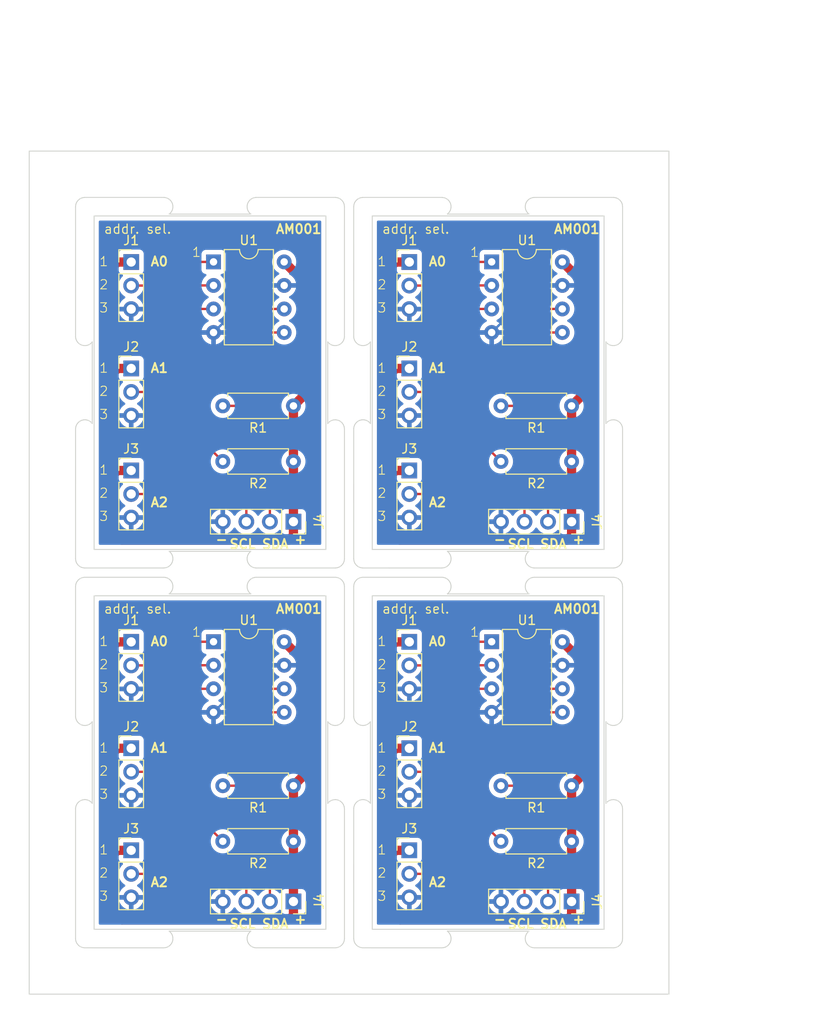
<source format=kicad_pcb>
(kicad_pcb (version 20241229) (generator "pcbnew") (generator_version "9.0")
  (layers (0 "F.Cu" signal) (2 "B.Cu" signal) (13 "F.Paste" user) (15 "B.Paste" user) (5 "F.SilkS" user "F.Silkscreen") (7 "B.SilkS" user "B.Silkscreen") (1 "F.Mask" user) (3 "B.Mask" user) (25 "Edge.Cuts" user))
  (net 0 "")
  (net 1 "Board_0-GND")
  (net 2 "Board_0-Net-(J1-Pin_2)")
  (net 3 "Board_0-Net-(J2-Pin_2)")
  (net 4 "Board_0-Net-(J3-Pin_2)")
  (net 5 "Board_0-Net-(J4-SCL)")
  (net 6 "Board_0-Net-(J4-SDA)")
  (net 7 "Board_0-VCC")
  (net 8 "Board_1-GND")
  (net 9 "Board_1-Net-(J1-Pin_2)")
  (net 10 "Board_1-Net-(J2-Pin_2)")
  (net 11 "Board_1-Net-(J3-Pin_2)")
  (net 12 "Board_1-Net-(J4-SCL)")
  (net 13 "Board_1-Net-(J4-SDA)")
  (net 14 "Board_1-VCC")
  (net 15 "Board_2-GND")
  (net 16 "Board_2-Net-(J1-Pin_2)")
  (net 17 "Board_2-Net-(J2-Pin_2)")
  (net 18 "Board_2-Net-(J3-Pin_2)")
  (net 19 "Board_2-Net-(J4-SCL)")
  (net 20 "Board_2-Net-(J4-SDA)")
  (net 21 "Board_2-VCC")
  (net 22 "Board_3-GND")
  (net 23 "Board_3-Net-(J1-Pin_2)")
  (net 24 "Board_3-Net-(J2-Pin_2)")
  (net 25 "Board_3-Net-(J3-Pin_2)")
  (net 26 "Board_3-Net-(J4-SCL)")
  (net 27 "Board_3-Net-(J4-SDA)")
  (net 28 "Board_3-VCC")
  (footprint "Resistor_THT:R_Axial_DIN0207_L6.3mm_D2.5mm_P7.62mm_Horizontal" (layer "F.Cu") (at 123 87.5 180)
    (property "Reference" "R2")
    (property "Value" "2k0")
  )
  (footprint "Connector_PinHeader_2.54mm:PinHeader_1x03_P2.54mm_Vertical" (layer "F.Cu") (at 135.5 129.475)
    (property "Reference" "J3")
    (property "Value" "Conn_01x03_Pin")
  )
  (footprint "Connector_PinHeader_2.54mm:PinHeader_1x03_P2.54mm_Vertical" (layer "F.Cu") (at 135.5 65.975)
    (property "Reference" "J1")
    (property "Value" "Conn_01x03_Pin")
  )
  (footprint "Connector_PinHeader_2.54mm:PinHeader_1x03_P2.54mm_Vertical" (layer "F.Cu") (at 105.5 88.475)
    (property "Reference" "J3")
    (property "Value" "Conn_01x03_Pin")
  )
  (footprint "Connector_PinSocket_2.54mm:PinSocket_1x04_P2.54mm_Vertical" (layer "F.Cu") (at 153 94 -90)
    (property "Reference" "J4")
    (property "Value" "1x4 strip 2.54mm")
  )
  (footprint "Resistor_THT:R_Axial_DIN0207_L6.3mm_D2.5mm_P7.62mm_Horizontal" (layer "F.Cu") (at 153 81.5 180)
    (property "Reference" "R1")
    (property "Value" "2k0")
  )
  (footprint "Resistor_THT:R_Axial_DIN0207_L6.3mm_D2.5mm_P7.62mm_Horizontal" (layer "F.Cu") (at 153 87.5 180)
    (property "Reference" "R2")
    (property "Value" "2k0")
  )
  (footprint "Connector_PinHeader_2.54mm:PinHeader_1x03_P2.54mm_Vertical" (layer "F.Cu") (at 105.5 129.475)
    (property "Reference" "J3")
    (property "Value" "Conn_01x03_Pin")
  )
  (footprint "Connector_PinHeader_2.54mm:PinHeader_1x03_P2.54mm_Vertical" (layer "F.Cu") (at 105.5 65.975)
    (property "Reference" "J1")
    (property "Value" "Conn_01x03_Pin")
  )
  (footprint "Connector_PinSocket_2.54mm:PinSocket_1x04_P2.54mm_Vertical" (layer "F.Cu") (at 123 94 -90)
    (property "Reference" "J4")
    (property "Value" "1x4 strip 2.54mm")
  )
  (footprint "Resistor_THT:R_Axial_DIN0207_L6.3mm_D2.5mm_P7.62mm_Horizontal" (layer "F.Cu") (at 153 122.5 180)
    (property "Reference" "R1")
    (property "Value" "2k0")
  )
  (footprint "Connector_PinHeader_2.54mm:PinHeader_1x03_P2.54mm_Vertical" (layer "F.Cu") (at 105.5 106.975)
    (property "Reference" "J1")
    (property "Value" "Conn_01x03_Pin")
  )
  (footprint "Package_DIP:DIP-8_W7.62mm" (layer "F.Cu") (at 114.38 65.96)
    (property "Reference" "U1")
    (property "Value" "24LC256")
  )
  (footprint "Connector_PinHeader_2.54mm:PinHeader_1x03_P2.54mm_Vertical" (layer "F.Cu") (at 105.5 77.46)
    (property "Reference" "J2")
    (property "Value" "Conn_01x03_Pin")
  )
  (footprint "Connector_PinHeader_2.54mm:PinHeader_1x03_P2.54mm_Vertical" (layer "F.Cu") (at 135.5 77.46)
    (property "Reference" "J2")
    (property "Value" "Conn_01x03_Pin")
  )
  (footprint "Connector_PinHeader_2.54mm:PinHeader_1x03_P2.54mm_Vertical" (layer "F.Cu") (at 105.5 118.46)
    (property "Reference" "J2")
    (property "Value" "Conn_01x03_Pin")
  )
  (footprint "Connector_PinHeader_2.54mm:PinHeader_1x03_P2.54mm_Vertical" (layer "F.Cu") (at 135.5 118.46)
    (property "Reference" "J2")
    (property "Value" "Conn_01x03_Pin")
  )
  (footprint "Connector_PinSocket_2.54mm:PinSocket_1x04_P2.54mm_Vertical" (layer "F.Cu") (at 123 135 -90)
    (property "Reference" "J4")
    (property "Value" "1x4 strip 2.54mm")
  )
  (footprint "Connector_PinSocket_2.54mm:PinSocket_1x04_P2.54mm_Vertical" (layer "F.Cu") (at 153 135 -90)
    (property "Reference" "J4")
    (property "Value" "1x4 strip 2.54mm")
  )
  (footprint "Resistor_THT:R_Axial_DIN0207_L6.3mm_D2.5mm_P7.62mm_Horizontal" (layer "F.Cu") (at 123 128.5 180)
    (property "Reference" "R2")
    (property "Value" "2k0")
  )
  (footprint "Resistor_THT:R_Axial_DIN0207_L6.3mm_D2.5mm_P7.62mm_Horizontal" (layer "F.Cu") (at 123 81.5 180)
    (property "Reference" "R1")
    (property "Value" "2k0")
  )
  (footprint "Package_DIP:DIP-8_W7.62mm" (layer "F.Cu") (at 144.38 106.96)
    (property "Reference" "U1")
    (property "Value" "24LC256")
  )
  (footprint "Package_DIP:DIP-8_W7.62mm" (layer "F.Cu") (at 144.38 65.96)
    (property "Reference" "U1")
    (property "Value" "24LC256")
  )
  (footprint "Package_DIP:DIP-8_W7.62mm" (layer "F.Cu") (at 114.38 106.96)
    (property "Reference" "U1")
    (property "Value" "24LC256")
  )
  (footprint "Connector_PinHeader_2.54mm:PinHeader_1x03_P2.54mm_Vertical" (layer "F.Cu") (at 135.5 106.975)
    (property "Reference" "J1")
    (property "Value" "Conn_01x03_Pin")
  )
  (footprint "Resistor_THT:R_Axial_DIN0207_L6.3mm_D2.5mm_P7.62mm_Horizontal" (layer "F.Cu") (at 123 122.5 180)
    (property "Reference" "R1")
    (property "Value" "2k0")
  )
  (footprint "Resistor_THT:R_Axial_DIN0207_L6.3mm_D2.5mm_P7.62mm_Horizontal" (layer "F.Cu") (at 153 128.5 180)
    (property "Reference" "R2")
    (property "Value" "2k0")
  )
  (footprint "Connector_PinHeader_2.54mm:PinHeader_1x03_P2.54mm_Vertical" (layer "F.Cu") (at 135.5 88.475)
    (property "Reference" "J3")
    (property "Value" "Conn_01x03_Pin")
  )
  (gr_line (start 128.331637 115.556014) (end 128.207399 115.707399) (stroke (width 0.1)) (layer "Edge.Cuts"))
  (gr_line (start 130.647583 83.010812) (end 130.837552 83.058397) (stroke (width 0.1)) (layer "Edge.Cuts"))
  (gr_line (start 139.050018 100.001203) (end 139.243737 100.029939) (stroke (width 0.1)) (layer "Edge.Cuts"))
  (gr_line (start 148.196595 139.596103) (end 148.095914 139.428127) (stroke (width 0.1)) (layer "Edge.Cuts"))
  (gr_line (start 99.576044 98.3833) (end 99.529939 98.243737) (stroke (width 0.1)) (layer "Edge.Cuts"))
  (gr_line (start 109.97006 139.243737) (end 109.923955 139.3833) (stroke (width 0.1)) (layer "Edge.Cuts"))
  (gr_line (start 109.3833 100.076044) (end 109.556014 100.168362) (stroke (width 0.1)) (layer "Edge.Cuts"))
  (gr_line (start 148.443985 100.168362) (end 148.616699 100.076044) (stroke (width 0.1)) (layer "Edge.Cuts"))
  (gr_line (start 130.209005 100.043016) (end 130.449981 100.001203) (stroke (width 0.1)) (layer "Edge.Cuts"))
  (gr_line (start 139.904085 138.571872) (end 139.956983 138.709005) (stroke (width 0.1)) (layer "Edge.Cuts"))
  (gr_line (start 158.056014 74.831637) (end 157.928127 74.904085) (stroke (width 0.1)) (layer "Edge.Cuts"))
  (gr_line (start 129.529939 100.756262) (end 129.576044 100.616699) (stroke (width 0.1)) (layer "Edge.Cuts"))
  (gr_line (start 129.828112 83.25879) (end 129.985411 83.142129) (stroke (width 0.1)) (layer "Edge.Cuts"))
  (gr_line (start 148.095914 138.571872) (end 148.168362 138.443985) (stroke (width 0.1)) (layer "Edge.Cuts"))
  (gr_line (start 129.576044 139.3833) (end 129.529939 139.243737) (stroke (width 0.1)) (layer "Edge.Cuts"))
  (gr_line (start 99.668362 139.556014) (end 99.595914 139.428127) (stroke (width 0.1)) (layer "Edge.Cuts"))
  (gr_line (start 109.941602 59.662447) (end 109.989187 59.852416) (stroke (width 0.1)) (layer "Edge.Cuts"))
  (gr_line (start 109.956983 97.709005) (end 109.989187 97.852416) (stroke (width 0.1)) (layer "Edge.Cuts"))
  (gr_line (start 100.971925 115.882039) (end 100.790994 115.956983) (stroke (width 0.1)) (layer "Edge.Cuts"))
  (gr_line (start 156.5 138) (end 131.5 138) (stroke (width 0.1)) (layer "Edge.Cuts"))
  (gr_line (start 109.596758 97.2) (end 109.634758 97.226762) (stroke (width 0.1)) (layer "Edge.Cuts"))
  (gr_line (start 109.290994 139.956983) (end 109.147583 139.989187) (stroke (width 0.1)) (layer "Edge.Cuts"))
  (gr_line (start 100.449981 124.001203) (end 100.598919 124.00481) (stroke (width 0.1)) (layer "Edge.Cuts"))
  (gr_line (start 158.5 83.999012) (end 158.5 98.000987) (stroke (width 0.1)) (layer "Edge.Cuts"))
  (gr_line (start 126.943985 124.168362) (end 127.071872 124.095914) (stroke (width 0.1)) (layer "Edge.Cuts"))
  (gr_line (start 139.831637 97.443985) (end 139.904085 97.571872) (stroke (width 0.1)) (layer "Edge.Cuts"))
  (gr_line (start 109.85787 139.514588) (end 109.773237 139.634758) (stroke (width 0.1)) (layer "Edge.Cuts"))
  (gr_line (start 101.134758 124.226762) (end 101.273237 124.365241) (stroke (width 0.1)) (layer "Edge.Cuts"))
  (gr_line (start 100.071872 124.095914) (end 100.256262 124.029939) (stroke (width 0.1)) (layer "Edge.Cuts"))
  (gr_line (start 100.028074 74.882039) (end 99.865241 74.773237) (stroke (width 0.1)) (layer "Edge.Cuts"))
  (gr_line (start 99.7926 59.2926) (end 99.985411 59.142129) (stroke (width 0.1)) (layer "Edge.Cuts"))
  (gr_line (start 128.404085 98.428127) (end 128.331637 98.556014) (stroke (width 0.1)) (layer "Edge.Cuts"))
  (gr_line (start 157.550018 83.001203) (end 157.695895 83.019195) (stroke (width 0.1)) (layer "Edge.Cuts"))
  (gr_line (start 139.671887 59.25879) (end 139.773237 59.365241) (stroke (width 0.1)) (layer "Edge.Cuts"))
  (gr_line (start 148.39995 138.2) (end 139.596758 138.2) (stroke (width 0.1)) (layer "Edge.Cuts"))
  (gr_line (start 99.642129 100.485411) (end 99.7926 100.2926) (stroke (width 0.1)) (layer "Edge.Cuts"))
  (gr_line (start 129.5 98.000987) (end 129.501203 83.949981) (stroke (width 0.1)) (layer "Edge.Cuts"))
  (gr_line (start 148.407382 60.8) (end 148.328112 60.741209) (stroke (width 0.1)) (layer "Edge.Cuts"))
  (gr_line (start 109.671887 60.741209) (end 109.592617 60.8) (stroke (width 0.1)) (layer "Edge.Cuts"))
  (gr_line (start 139.592617 60.8) (end 148.407382 60.8) (stroke (width 0.1)) (layer "Edge.Cuts"))
  (gr_line (start 130.971925 74.882039) (end 130.790994 74.956983) (stroke (width 0.1)) (layer "Edge.Cuts"))
  (gr_line (start 156.5 102) (end 156.5 138) (stroke (width 0.1)) (layer "Edge.Cuts"))
  (gr_line (start 130.352416 124.010812) (end 130.500987 124) (stroke (width 0.1)) (layer "Edge.Cuts"))
  (gr_line (start 131.171887 124.25879) (end 131.300598 124.400801) (stroke (width 0.1)) (layer "Edge.Cuts"))
  (gr_line (start 158.096103 115.803404) (end 157.928127 115.904085) (stroke (width 0.1)) (layer "Edge.Cuts"))
  (gr_line (start 109.831637 138.443985) (end 109.904085 138.571872) (stroke (width 0.1)) (layer "Edge.Cuts"))
  (gr_line (start 129.642129 139.514588) (end 129.576044 139.3833) (stroke (width 0.1)) (layer "Edge.Cuts"))
  (gr_line (start 118.756262 100.029939) (end 118.949981 100.001203) (stroke (width 0.1)) (layer "Edge.Cuts"))
  (gr_line (start 126.7 115.594705) (end 126.7 124.407308) (stroke (width 0.1)) (layer "Edge.Cuts"))
  (gr_line (start 139.634758 138.226762) (end 139.741209 138.328112) (stroke (width 0.1)) (layer "Edge.Cuts"))
  (gr_line (start 128.014588 100.142129) (end 128.207399 100.2926) (stroke (width 0.1)) (layer "Edge.Cuts"))
  (gr_line (start 126.7 83.403445) (end 126.75879 83.328112) (stroke (width 0.1)) (layer "Edge.Cuts"))
  (gr_line (start 139.773237 59.365241) (end 139.882039 59.528074) (stroke (width 0.1)) (layer "Edge.Cuts"))
  (gr_line (start 130.449981 100.001203) (end 139.050018 100.001203) (stroke (width 0.1)) (layer "Edge.Cuts"))
  (gr_line (start 139.050018 59.001203) (end 139.243737 59.029939) (stroke (width 0.1)) (layer "Edge.Cuts"))
  (gr_line (start 158.014588 59.142129) (end 158.207399 59.2926) (stroke (width 0.1)) (layer "Edge.Cuts"))
  (gr_line (start 118.25879 98.671887) (end 118.142129 98.514588) (stroke (width 0.1)) (layer "Edge.Cuts"))
  (gr_line (start 157.550018 124.001203) (end 157.790994 124.043016) (stroke (width 0.1)) (layer "Edge.Cuts"))
  (gr_line (start 101.273237 74.634758) (end 101.134758 74.773237) (stroke (width 0.1)) (layer "Edge.Cuts"))
  (gr_line (start 109.956983 98.290994) (end 109.904085 98.428127) (stroke (width 0.1)) (layer "Edge.Cuts"))
  (gr_line (start 139.243737 98.97006) (end 139.000987 99) (stroke (width 0.1)) (layer "Edge.Cuts"))
  (gr_line (start 100.790994 124.043016) (end 100.971925 124.11796) (stroke (width 0.1)) (layer "Edge.Cuts"))
  (gr_line (start 139.634758 139.773237) (end 139.514588 139.85787) (stroke (width 0.1)) (layer "Edge.Cuts"))
  (gr_line (start 148.949981 98.998796) (end 148.756262 98.97006) (stroke (width 0.1)) (layer "Edge.Cuts"))
  (gr_line (start 129.529939 59.756262) (end 129.576044 59.616699) (stroke (width 0.1)) (layer "Edge.Cuts"))
  (gr_line (start 118.029939 60.243737) (end 118.001203 60.050018) (stroke (width 0.1)) (layer "Edge.Cuts"))
  (gr_line (start 148.804104 59.019195) (end 148.949981 59.001203) (stroke (width 0.1)) (layer "Edge.Cuts"))
  (gr_line (start 157.790994 115.956983) (end 157.598919 115.995189) (stroke (width 0.1)) (layer "Edge.Cuts"))
  (gr_line (start 128.056014 83.168362) (end 128.241209 83.328112) (stroke (width 0.1)) (layer "Edge.Cuts"))
  (gr_line (start 109.596758 138.2) (end 109.634758 138.226762) (stroke (width 0.1)) (layer "Edge.Cuts"))
  (gr_line (start 118.949981 139.998796) (end 118.756262 139.97006) (stroke (width 0.1)) (layer "Edge.Cuts"))
  (gr_line (start 101.014588 83.142129) (end 101.171887 83.25879) (stroke (width 0.1)) (layer "Edge.Cuts"))
  (gr_line (start 139.671887 101.741209) (end 139.592617 101.8) (stroke (width 0.1)) (layer "Edge.Cuts"))
  (gr_line (start 128.35787 59.485411) (end 128.423955 59.616699) (stroke (width 0.1)) (layer "Edge.Cuts"))
  (gr_line (start 148.001203 60.050018) (end 148.010812 59.852416) (stroke (width 0.1)) (layer "Edge.Cuts"))
  (gr_line (start 158.331637 98.556014) (end 158.171887 98.741209) (stroke (width 0.1)) (layer "Edge.Cuts"))
  (gr_line (start 100.209005 100.043016) (end 100.449981 100.001203) (stroke (width 0.1)) (layer "Edge.Cuts"))
  (gr_line (start 127.598919 74.995189) (end 127.40108 74.995189) (stroke (width 0.1)) (layer "Edge.Cuts"))
  (gr_line (start 126.726762 74.634758) (end 126.7 74.594705) (stroke (width 0.1)) (layer "Edge.Cuts"))
  (gr_line (start 109.634758 138.226762) (end 109.741209 138.328112) (stroke (width 0.1)) (layer "Edge.Cuts"))
  (gr_line (start 118.949981 98.998796) (end 118.756262 98.97006) (stroke (width 0.1)) (layer "Edge.Cuts"))
  (gr_line (start 118.571872 98.904085) (end 118.403896 98.803404) (stroke (width 0.1)) (layer "Edge.Cuts"))
  (gr_line (start 156.7 115.594705) (end 156.7 124.400321) (stroke (width 0.1)) (layer "Edge.Cuts"))
  (gr_line (start 148.029939 139.243737) (end 148.00481 139.098919) (stroke (width 0.1)) (layer "Edge.Cuts"))
  (gr_line (start 109.3833 98.923955) (end 109.243737 98.97006) (stroke (width 0.1)) (layer "Edge.Cuts"))
  (gr_line (start 158.423955 139.3833) (end 158.35787 139.514588) (stroke (width 0.1)) (layer "Edge.Cuts"))
  (gr_line (start 156.7 83.400321) (end 156.865241 83.226762) (stroke (width 0.1)) (layer "Edge.Cuts"))
  (gr_line (start 109.97006 101.243737) (end 109.904085 101.428127) (stroke (width 0.1)) (layer "Edge.Cuts"))
  (gr_line (start 118.328112 100.25879) (end 118.443985 100.168362) (stroke (width 0.1)) (layer "Edge.Cuts"))
  (gr_line (start 109.995189 139.098919) (end 109.97006 139.243737) (stroke (width 0.1)) (layer "Edge.Cuts"))
  (gr_line (start 128.207399 59.2926) (end 128.35787 59.485411) (stroke (width 0.1)) (layer "Edge.Cuts"))
  (gr_line (start 156.865241 74.773237) (end 156.726762 74.634758) (stroke (width 0.1)) (layer "Edge.Cuts"))
  (gr_line (start 158.35787 139.514588) (end 158.207399 139.707399) (stroke (width 0.1)) (layer "Edge.Cuts"))
  (gr_line (start 128.331637 139.556014) (end 128.207399 139.707399) (stroke (width 0.1)) (layer "Edge.Cuts"))
  (gr_line (start 130.837552 124.058397) (end 131.014588 124.142129) (stroke (width 0.1)) (layer "Edge.Cuts"))
  (gr_line (start 130.071872 115.904085) (end 129.903896 115.803404) (stroke (width 0.1)) (layer "Edge.Cuts"))
  (gr_line (start 129.696595 124.403896) (end 129.828112 124.25879) (stroke (width 0.1)) (layer "Edge.Cuts"))
  (gr_line (start 126.5 61) (end 126.5 97) (stroke (width 0.1)) (layer "Edge.Cuts"))
  (gr_line (start 129.595914 124.571872) (end 129.696595 124.403896) (stroke (width 0.1)) (layer "Edge.Cuts"))
  (gr_line (start 139.904085 97.571872) (end 139.956983 97.709005) (stroke (width 0.1)) (layer "Edge.Cuts"))
  (gr_line (start 157.304104 124.019195) (end 157.550018 124.001203) (stroke (width 0.1)) (layer "Edge.Cuts"))
  (gr_line (start 127.837552 124.058397) (end 128.056014 124.168362) (stroke (width 0.1)) (layer "Edge.Cuts"))
  (gr_line (start 139.000987 140) (end 130.449981 139.998796) (stroke (width 0.1)) (layer "Edge.Cuts"))
  (gr_line (start 118.949981 100.001203) (end 127.550018 100.001203) (stroke (width 0.1)) (layer "Edge.Cuts"))
  (gr_line (start 148.029939 138.756262) (end 148.095914 138.571872) (stroke (width 0.1)) (layer "Edge.Cuts"))
  (gr_line (start 109.803404 101.596103) (end 109.671887 101.741209) (stroke (width 0.1)) (layer "Edge.Cuts"))
  (gr_line (start 158.456983 98.290994) (end 158.404085 98.428127) (stroke (width 0.1)) (layer "Edge.Cuts"))
  (gr_line (start 128.404085 115.428127) (end 128.331637 115.556014) (stroke (width 0.1)) (layer "Edge.Cuts"))
  (gr_line (start 99.903896 124.196595) (end 100.071872 124.095914) (stroke (width 0.1)) (layer "Edge.Cuts"))
  (gr_line (start 129.519195 74.195895) (end 129.501203 74.050018) (stroke (width 0.1)) (layer "Edge.Cuts"))
  (gr_line (start 101.134758 74.773237) (end 100.971925 74.882039) (stroke (width 0.1)) (layer "Edge.Cuts"))
  (gr_line (start 99.595914 139.428127) (end 99.543016 139.290994) (stroke (width 0.1)) (layer "Edge.Cuts"))
  (gr_line (start 158.498796 74.050018) (end 158.47006 74.243737) (stroke (width 0.1)) (layer "Edge.Cuts"))
  (gr_line (start 157.598919 74.995189) (end 157.40108 74.995189) (stroke (width 0.1)) (layer "Edge.Cuts"))
  (gr_line (start 129.985411 59.142129) (end 130.209005 59.043016) (stroke (width 0.1)) (layer "Edge.Cuts"))
  (gr_line (start 128.014588 139.85787) (end 127.790994 139.956983) (stroke (width 0.1)) (layer "Edge.Cuts"))
  (gr_line (start 127.550018 59.001203) (end 127.790994 59.043016) (stroke (width 0.1)) (layer "Edge.Cuts"))
  (gr_line (start 139.956983 139.290994) (end 139.904085 139.428127) (stroke (width 0.1)) (layer "Edge.Cuts"))
  (gr_line (start 101.273237 124.365241) (end 101.300599 124.406191) (stroke (width 0.1)) (layer "Edge.Cuts"))
  (gr_line (start 109.882039 59.528074) (end 109.941602 59.662447) (stroke (width 0.1)) (layer "Edge.Cuts"))
  (gr_line (start 99.576044 100.616699) (end 99.642129 100.485411) (stroke (width 0.1)) (layer "Edge.Cuts"))
  (gr_line (start 109.147583 139.989187) (end 109.000987 140) (stroke (width 0.1)) (layer "Edge.Cuts"))
  (gr_line (start 139.741209 97.328112) (end 139.831637 97.443985) (stroke (width 0.1)) (layer "Edge.Cuts"))
  (gr_line (start 139.941602 59.662447) (end 139.989187 59.852416) (stroke (width 0.1)) (layer "Edge.Cuts"))
  (gr_line (start 157.028074 74.882039) (end 156.865241 74.773237) (stroke (width 0.1)) (layer "Edge.Cuts"))
  (gr_line (start 118.25879 139.671887) (end 118.142129 139.514588) (stroke (width 0.1)) (layer "Edge.Cuts"))
  (gr_line (start 157.743737 98.97006) (end 157.550018 98.998796) (stroke (width 0.1)) (layer "Edge.Cuts"))
  (gr_line (start 157.695895 83.019195) (end 157.837552 83.058397) (stroke (width 0.1)) (layer "Edge.Cuts"))
  (gr_line (start 109.904085 98.428127) (end 109.831637 98.556014) (stroke (width 0.1)) (layer "Edge.Cuts"))
  (gr_line (start 109.592617 60.8) (end 118.407382 60.8) (stroke (width 0.1)) (layer "Edge.Cuts"))
  (gr_line (start 128.480804 74.195895) (end 128.423955 74.3833) (stroke (width 0.1)) (layer "Edge.Cuts"))
  (gr_line (start 130.209005 59.043016) (end 130.449981 59.001203) (stroke (width 0.1)) (layer "Edge.Cuts"))
  (gr_line (start 118.029939 101.243737) (end 118.001203 101.050018) (stroke (width 0.1)) (layer "Edge.Cuts"))
  (gr_line (start 131.273237 115.634758) (end 131.134758 115.773237) (stroke (width 0.1)) (layer "Edge.Cuts"))
  (gr_line (start 129.529939 98.243737) (end 129.5 98.000987) (stroke (width 0.1)) (layer "Edge.Cuts"))
  (gr_line (start 148.11796 59.528074) (end 148.196595 59.403896) (stroke (width 0.1)) (layer "Edge.Cuts"))
  (gr_line (start 158.382039 83.528074) (end 158.47006 83.756262) (stroke (width 0.1)) (layer "Edge.Cuts"))
  (gr_line (start 163.499518 54.000654) (end 94.501245 54.00027) (stroke (width 0.1)) (layer "Edge.Cuts"))
  (gr_line (start 139.989187 59.852416) (end 139.998796 60.050018) (stroke (width 0.1)) (layer "Edge.Cuts"))
  (gr_line (start 99.828112 139.741209) (end 99.668362 139.556014) (stroke (width 0.1)) (layer "Edge.Cuts"))
  (gr_line (start 139.634758 97.226762) (end 139.741209 97.328112) (stroke (width 0.1)) (layer "Edge.Cuts"))
  (gr_line (start 118.443985 100.168362) (end 118.616699 100.076044) (stroke (width 0.1)) (layer "Edge.Cuts"))
  (gr_line (start 139.514588 139.85787) (end 139.3833 139.923955) (stroke (width 0.1)) (layer "Edge.Cuts"))
  (gr_line (start 99.5 59.999012) (end 99.529939 59.756262) (stroke (width 0.1)) (layer "Edge.Cuts"))
  (gr_line (start 99.75879 124.328112) (end 99.903896 124.196595) (stroke (width 0.1)) (layer "Edge.Cuts"))
  (gr_line (start 99.985411 139.85787) (end 99.828112 139.741209) (stroke (width 0.1)) (layer "Edge.Cuts"))
  (gr_line (start 157.550018 100.001203) (end 157.790994 100.043016) (stroke (width 0.1)) (layer "Edge.Cuts"))
  (gr_line (start 127.071872 83.095914) (end 127.304104 83.019195) (stroke (width 0.1)) (layer "Edge.Cuts"))
  (gr_line (start 100.449981 100.001203) (end 109.050018 100.001203) (stroke (width 0.1)) (layer "Edge.Cuts"))
  (gr_line (start 100.162447 83.058397) (end 100.352416 83.010812) (stroke (width 0.1)) (layer "Edge.Cuts"))
  (gr_line (start 148.196595 100.403896) (end 148.328112 100.25879) (stroke (width 0.1)) (layer "Edge.Cuts"))
  (gr_line (start 100.209005 98.956983) (end 99.985411 98.85787) (stroke (width 0.1)) (layer "Edge.Cuts"))
  (gr_line (start 99.642129 98.514588) (end 99.576044 98.3833) (stroke (width 0.1)) (layer "Edge.Cuts"))
  (gr_line (start 156.7 124.400321) (end 156.865241 124.226762) (stroke (width 0.1)) (layer "Edge.Cuts"))
  (gr_line (start 128.096103 115.803404) (end 127.928127 115.904085) (stroke (width 0.1)) (layer "Edge.Cuts"))
  (gr_line (start 139.741209 138.328112) (end 139.831637 138.443985) (stroke (width 0.1)) (layer "Edge.Cuts"))
  (gr_line (start 100.40108 74.995189) (end 100.209005 74.956983) (stroke (width 0.1)) (layer "Edge.Cuts"))
  (gr_line (start 139.741209 139.671887) (end 139.634758 139.773237) (stroke (width 0.1)) (layer "Edge.Cuts"))
  (gr_line (start 99.529939 59.756262) (end 99.576044 59.616699) (stroke (width 0.1)) (layer "Edge.Cuts"))
  (gr_line (start 99.519195 115.195895) (end 99.501203 115.050018) (stroke (width 0.1)) (layer "Edge.Cuts"))
  (gr_line (start 127.40108 115.995189) (end 127.209005 115.956983) (stroke (width 0.1)) (layer "Edge.Cuts"))
  (gr_line (start 99.5 100.999012) (end 99.529939 100.756262) (stroke (width 0.1)) (layer "Edge.Cuts"))
  (gr_line (start 126.828112 124.25879) (end 126.943985 124.168362) (stroke (width 0.1)) (layer "Edge.Cuts"))
  (gr_line (start 158.5 100.999012) (end 158.498796 115.050018) (stroke (width 0.1)) (layer "Edge.Cuts"))
  (gr_line (start 158.014588 139.85787) (end 157.790994 139.956983) (stroke (width 0.1)) (layer "Edge.Cuts"))
  (gr_line (start 139.904085 98.428127) (end 139.831637 98.556014) (stroke (width 0.1)) (layer "Edge.Cuts"))
  (gr_line (start 99.642129 74.514588) (end 99.576044 74.3833) (stroke (width 0.1)) (layer "Edge.Cuts"))
  (gr_line (start 128.331637 98.556014) (end 128.171887 98.741209) (stroke (width 0.1)) (layer "Edge.Cuts"))
  (gr_line (start 99.510812 139.147583) (end 99.5 139.000987) (stroke (width 0.1)) (layer "Edge.Cuts"))
  (gr_line (start 139.514588 98.85787) (end 139.3833 98.923955) (stroke (width 0.1)) (layer "Edge.Cuts"))
  (gr_line (start 130.598919 74.995189) (end 130.40108 74.995189) (stroke (width 0.1)) (layer "Edge.Cuts"))
  (gr_line (start 148.328112 139.741209) (end 148.196595 139.596103) (stroke (width 0.1)) (layer "Edge.Cuts"))
  (gr_line (start 109.882039 100.528074) (end 109.941602 100.662447) (stroke (width 0.1)) (layer "Edge.Cuts"))
  (gr_line (start 130.790994 115.956983) (end 130.598919 115.995189) (stroke (width 0.1)) (layer "Edge.Cuts"))
  (gr_line (start 118.226762 59.365241) (end 118.328112 59.25879) (stroke (width 0.1)) (layer "Edge.Cuts"))
  (gr_line (start 118.095914 60.428127) (end 118.029939 60.243737) (stroke (width 0.1)) (layer "Edge.Cuts"))
  (gr_line (start 131.5 61) (end 156.5 61) (stroke (width 0.1)) (layer "Edge.Cuts"))
  (gr_line (start 157.40108 115.995189) (end 157.209005 115.956983) (stroke (width 0.1)) (layer "Edge.Cuts"))
  (gr_line (start 127.071872 124.095914) (end 127.304104 124.019195) (stroke (width 0.1)) (layer "Edge.Cuts"))
  (gr_line (start 109.741209 98.671887) (end 109.634758 98.773237) (stroke (width 0.1)) (layer "Edge.Cuts"))
  (gr_line (start 100.071872 115.904085) (end 99.903896 115.803404) (stroke (width 0.1)) (layer "Edge.Cuts"))
  (gr_line (start 130.449981 59.001203) (end 139.050018 59.001203) (stroke (width 0.1)) (layer "Edge.Cuts"))
  (gr_line (start 99.865241 74.773237) (end 99.75879 74.671887) (stroke (width 0.1)) (layer "Edge.Cuts"))
  (gr_line (start 148.328112 101.741209) (end 148.196595 101.596103) (stroke (width 0.1)) (layer "Edge.Cuts"))
  (gr_line (start 148.852416 139.989187) (end 148.662447 139.941602) (stroke (width 0.1)) (layer "Edge.Cuts"))
  (gr_line (start 109.000987 99) (end 100.449981 98.998796) (stroke (width 0.1)) (layer "Edge.Cuts"))
  (gr_line (start 128.5 139.000987) (end 128.489187 139.147583) (stroke (width 0.1)) (layer "Edge.Cuts"))
  (gr_line (start 129.642129 100.485411) (end 129.7926 100.2926) (stroke (width 0.1)) (layer "Edge.Cuts"))
  (gr_line (start 118.142129 138.485411) (end 118.25879 138.328112) (stroke (width 0.1)) (layer "Edge.Cuts"))
  (gr_line (start 148.001203 138.949981) (end 148.029939 138.756262) (stroke (width 0.1)) (layer "Edge.Cuts"))
  (gr_line (start 139.3833 59.076044) (end 139.514588 59.142129) (stroke (width 0.1)) (layer "Edge.Cuts"))
  (gr_line (start 158.489187 98.147583) (end 158.456983 98.290994) (stroke (width 0.1)) (layer "Edge.Cuts"))
  (gr_line (start 139.989187 139.147583) (end 139.956983 139.290994) (stroke (width 0.1)) (layer "Edge.Cuts"))
  (gr_line (start 99.576044 59.616699) (end 99.642129 59.485411) (stroke (width 0.1)) (layer "Edge.Cuts"))
  (gr_line (start 99.5 98.000987) (end 99.501203 83.949981) (stroke (width 0.1)) (layer "Edge.Cuts"))
  (gr_line (start 118.571872 139.904085) (end 118.403896 139.803404) (stroke (width 0.1)) (layer "Edge.Cuts"))
  (gr_line (start 139.989187 98.147583) (end 139.956983 98.290994) (stroke (width 0.1)) (layer "Edge.Cuts"))
  (gr_line (start 130.790994 74.956983) (end 130.598919 74.995189) (stroke (width 0.1)) (layer "Edge.Cuts"))
  (gr_line (start 118.010812 97.852416) (end 118.058397 97.662447) (stroke (width 0.1)) (layer "Edge.Cuts"))
  (gr_line (start 139.97006 60.243737) (end 139.904085 60.428127) (stroke (width 0.1)) (layer "Edge.Cuts"))
  (gr_line (start 127.550018 124.001203) (end 127.695895 124.019195) (stroke (width 0.1)) (layer "Edge.Cuts"))
  (gr_line (start 127.550018 139.998796) (end 118.949981 139.998796) (stroke (width 0.1)) (layer "Edge.Cuts"))
  (gr_line (start 127.304104 83.019195) (end 127.550018 83.001203) (stroke (width 0.1)) (layer "Edge.Cuts"))
  (gr_line (start 157.837552 83.058397) (end 158.056014 83.168362) (stroke (width 0.1)) (layer "Edge.Cuts"))
  (gr_line (start 99.75879 115.671887) (end 99.668362 115.556014) (stroke (width 0.1)) (layer "Edge.Cuts"))
  (gr_line (start 130.209005 139.956983) (end 129.985411 139.85787) (stroke (width 0.1)) (layer "Edge.Cuts"))
  (gr_line (start 156.5 97) (end 131.5 97) (stroke (width 0.1)) (layer "Edge.Cuts"))
  (gr_line (start 139.882039 59.528074) (end 139.941602 59.662447) (stroke (width 0.1)) (layer "Edge.Cuts"))
  (gr_line (start 128.456983 98.290994) (end 128.404085 98.428127) (stroke (width 0.1)) (layer "Edge.Cuts"))
  (gr_line (start 148.949981 100.001203) (end 157.550018 100.001203) (stroke (width 0.1)) (layer "Edge.Cuts"))
  (gr_line (start 118.40014 97.2) (end 109.596758 97.2) (stroke (width 0.1)) (layer "Edge.Cuts"))
  (gr_line (start 148.403896 98.803404) (end 148.25879 98.671887) (stroke (width 0.1)) (layer "Edge.Cuts"))
  (gr_line (start 99.7926 98.707399) (end 99.642129 98.514588) (stroke (width 0.1)) (layer "Edge.Cuts"))
  (gr_line (start 130.837552 83.058397) (end 131.014588 83.142129) (stroke (width 0.1)) (layer "Edge.Cuts"))
  (gr_line (start 130.647583 124.010812) (end 130.837552 124.058397) (stroke (width 0.1)) (layer "Edge.Cuts"))
  (gr_line (start 118.756262 139.97006) (end 118.571872 139.904085) (stroke (width 0.1)) (layer "Edge.Cuts"))
  (gr_line (start 109.671887 59.25879) (end 109.773237 59.365241) (stroke (width 0.1)) (layer "Edge.Cuts"))
  (gr_line (start 158.423955 59.616699) (end 158.47006 59.756262) (stroke (width 0.1)) (layer "Edge.Cuts"))
  (gr_line (start 100.449981 59.001203) (end 109.050018 59.001203) (stroke (width 0.1)) (layer "Edge.Cuts"))
  (gr_line (start 129.595914 83.571872) (end 129.696595 83.403896) (stroke (width 0.1)) (layer "Edge.Cuts"))
  (gr_line (start 131.014588 124.142129) (end 131.171887 124.25879) (stroke (width 0.1)) (layer "Edge.Cuts"))
  (gr_line (start 128.241209 74.671887) (end 128.096103 74.803404) (stroke (width 0.1)) (layer "Edge.Cuts"))
  (gr_line (start 158.5 98.000987) (end 158.489187 98.147583) (stroke (width 0.1)) (layer "Edge.Cuts"))
  (gr_line (start 109.556014 59.168362) (end 109.671887 59.25879) (stroke (width 0.1)) (layer "Edge.Cuts"))
  (gr_line (start 129.7926 59.2926) (end 129.985411 59.142129) (stroke (width 0.1)) (layer "Edge.Cuts"))
  (gr_line (start 130.971925 115.882039) (end 130.790994 115.956983) (stroke (width 0.1)) (layer "Edge.Cuts"))
  (gr_line (start 118.010812 100.852416) (end 118.043016 100.709005) (stroke (width 0.1)) (layer "Edge.Cuts"))
  (gr_line (start 109.634758 98.773237) (end 109.514588 98.85787) (stroke (width 0.1)) (layer "Edge.Cuts"))
  (gr_line (start 128.489187 98.147583) (end 128.456983 98.290994) (stroke (width 0.1)) (layer "Edge.Cuts"))
  (gr_line (start 128.498796 74.050018) (end 128.480804 74.195895) (stroke (width 0.1)) (layer "Edge.Cuts"))
  (gr_line (start 99.642129 124.485411) (end 99.75879 124.328112) (stroke (width 0.1)) (layer "Edge.Cuts"))
  (gr_line (start 99.985411 98.85787) (end 99.7926 98.707399) (stroke (width 0.1)) (layer "Edge.Cuts"))
  (gr_line (start 109.050018 59.001203) (end 109.195895 59.019195) (stroke (width 0.1)) (layer "Edge.Cuts"))
  (gr_line (start 100.500987 83) (end 100.647583 83.010812) (stroke (width 0.1)) (layer "Edge.Cuts"))
  (gr_line (start 109.671887 101.741209) (end 109.592617 101.8) (stroke (width 0.1)) (layer "Edge.Cuts"))
  (gr_line (start 118.010812 139.147583) (end 118 138.999012) (stroke (width 0.1)) (layer "Edge.Cuts"))
  (gr_line (start 129.501203 74.050018) (end 129.5 59.999012) (stroke (width 0.1)) (layer "Edge.Cuts"))
  (gr_line (start 128.489187 139.147583) (end 128.456983 139.290994) (stroke (width 0.1)) (layer "Edge.Cuts"))
  (gr_line (start 158.47006 59.756262) (end 158.5 59.999012) (stroke (width 0.1)) (layer "Edge.Cuts"))
  (gr_line (start 100.209005 139.956983) (end 99.985411 139.85787) (stroke (width 0.1)) (layer "Edge.Cuts"))
  (gr_line (start 109.803404 100.403896) (end 109.882039 100.528074) (stroke (width 0.1)) (layer "Edge.Cuts"))
  (gr_line (start 127.550018 83.001203) (end 127.790994 83.043016) (stroke (width 0.1)) (layer "Edge.Cuts"))
  (gr_line (start 99.501203 74.050018) (end 99.5 59.999012) (stroke (width 0.1)) (layer "Edge.Cuts"))
  (gr_line (start 100.647583 83.010812) (end 100.837552 83.058397) (stroke (width 0.1)) (layer "Edge.Cuts"))
  (gr_line (start 148.196595 59.403896) (end 148.328112 59.25879) (stroke (width 0.1)) (layer "Edge.Cuts"))
  (gr_line (start 139.3833 139.923955) (end 139.243737 139.97006) (stroke (width 0.1)) (layer "Edge.Cuts"))
  (gr_line (start 118.616699 59.076044) (end 118.756262 59.029939) (stroke (width 0.1)) (layer "Edge.Cuts"))
  (gr_line (start 139.904085 60.428127) (end 139.803404 60.596103) (stroke (width 0.1)) (layer "Edge.Cuts"))
  (gr_line (start 148.999012 140) (end 148.852416 139.989187) (stroke (width 0.1)) (layer "Edge.Cuts"))
  (gr_line (start 139.998796 101.050018) (end 139.97006 101.243737) (stroke (width 0.1)) (layer "Edge.Cuts"))
  (gr_line (start 139.998796 60.050018) (end 139.97006 60.243737) (stroke (width 0.1)) (layer "Edge.Cuts"))
  (gr_line (start 131.5 102) (end 156.5 102) (stroke (width 0.1)) (layer "Edge.Cuts"))
  (gr_line (start 157.790994 59.043016) (end 158.014588 59.142129) (stroke (width 0.1)) (layer "Edge.Cuts"))
  (gr_line (start 109.514588 98.85787) (end 109.3833 98.923955) (stroke (width 0.1)) (layer "Edge.Cuts"))
  (gr_line (start 148.616699 59.076044) (end 148.804104 59.019195) (stroke (width 0.1)) (layer "Edge.Cuts"))
  (gr_line (start 139.243737 59.029939) (end 139.3833 59.076044) (stroke (width 0.1)) (layer "Edge.Cuts"))
  (gr_line (start 101.5 97) (end 101.5 61) (stroke (width 0.1)) (layer "Edge.Cuts"))
  (gr_line (start 131.134758 74.773237) (end 130.971925 74.882039) (stroke (width 0.1)) (layer "Edge.Cuts"))
  (gr_line (start 109.773237 139.634758) (end 109.671887 139.741209) (stroke (width 0.1)) (layer "Edge.Cuts"))
  (gr_line (start 130.071872 74.904085) (end 129.903896 74.803404) (stroke (width 0.1)) (layer "Edge.Cuts"))
  (gr_line (start 158.056014 83.168362) (end 158.241209 83.328112) (stroke (width 0.1)) (layer "Edge.Cuts"))
  (gr_line (start 139.514588 100.142129) (end 139.671887 100.25879) (stroke (width 0.1)) (layer "Edge.Cuts"))
  (gr_line (start 139.956983 97.709005) (end 139.989187 97.852416) (stroke (width 0.1)) (layer "Edge.Cuts"))
  (gr_line (start 129.7926 115.707399) (end 129.668362 115.556014) (stroke (width 0.1)) (layer "Edge.Cuts"))
  (gr_line (start 100.449981 98.998796) (end 100.209005 98.956983) (stroke (width 0.1)) (layer "Edge.Cuts"))
  (gr_line (start 128.5 100.999012) (end 128.498796 115.050018) (stroke (width 0.1)) (layer "Edge.Cuts"))
  (gr_line (start 127.790994 139.956983) (end 127.550018 139.998796) (stroke (width 0.1)) (layer "Edge.Cuts"))
  (gr_line (start 158.5 59.999012) (end 158.498796 74.050018) (stroke (width 0.1)) (layer "Edge.Cuts"))
  (gr_line (start 131.273237 74.634758) (end 131.134758 74.773237) (stroke (width 0.1)) (layer "Edge.Cuts"))
  (gr_line (start 118.11796 59.528074) (end 118.226762 59.365241) (stroke (width 0.1)) (layer "Edge.Cuts"))
  (gr_line (start 158.207399 100.2926) (end 158.35787 100.485411) (stroke (width 0.1)) (layer "Edge.Cuts"))
  (gr_line (start 128.404085 139.428127) (end 128.331637 139.556014) (stroke (width 0.1)) (layer "Edge.Cuts"))
  (gr_line (start 130.40108 74.995189) (end 130.209005 74.956983) (stroke (width 0.1)) (layer "Edge.Cuts"))
  (gr_line (start 109.243737 100.029939) (end 109.3833 100.076044) (stroke (width 0.1)) (layer "Edge.Cuts"))
  (gr_line (start 158.207399 115.707399) (end 158.096103 115.803404) (stroke (width 0.1)) (layer "Edge.Cuts"))
  (gr_line (start 131.300363 115.594161) (end 131.273237 115.634758) (stroke (width 0.1)) (layer "Edge.Cuts"))
  (gr_line (start 148.058397 100.662447) (end 148.11796 100.528074) (stroke (width 0.1)) (layer "Edge.Cuts"))
  (gr_line (start 128.207399 139.707399) (end 128.014588 139.85787) (stroke (width 0.1)) (layer "Edge.Cuts"))
  (gr_line (start 148.010812 59.852416) (end 148.058397 59.662447) (stroke (width 0.1)) (layer "Edge.Cuts"))
  (gr_line (start 118.058397 138.662447) (end 118.142129 138.485411) (stroke (width 0.1)) (layer "Edge.Cuts"))
  (gr_line (start 109.3833 59.076044) (end 109.556014 59.168362) (stroke (width 0.1)) (layer "Edge.Cuts"))
  (gr_line (start 109.956983 138.709005) (end 109.989187 138.852416) (stroke (width 0.1)) (layer "Edge.Cuts"))
  (gr_line (start 148.095914 101.428127) (end 148.029939 101.243737) (stroke (width 0.1)) (layer "Edge.Cuts"))
  (gr_line (start 127.40108 74.995189) (end 127.209005 74.956983) (stroke (width 0.1)) (layer "Edge.Cuts"))
  (gr_line (start 99.985411 83.142129) (end 100.162447 83.058397) (stroke (width 0.1)) (layer "Edge.Cuts"))
  (gr_line (start 148.25879 97.328112) (end 148.40014 97.2) (stroke (width 0.1)) (layer "Edge.Cuts"))
  (gr_line (start 128.331637 74.556014) (end 128.241209 74.671887) (stroke (width 0.1)) (layer "Edge.Cuts"))
  (gr_line (start 118.25879 138.328112) (end 118.40014 138.2) (stroke (width 0.1)) (layer "Edge.Cuts"))
  (gr_line (start 148.095914 139.428127) (end 148.029939 139.243737) (stroke (width 0.1)) (layer "Edge.Cuts"))
  (gr_line (start 130.352416 83.010812) (end 130.500987 83) (stroke (width 0.1)) (layer "Edge.Cuts"))
  (gr_line (start 158.171887 98.741209) (end 157.971925 98.882039) (stroke (width 0.1)) (layer "Edge.Cuts"))
  (gr_line (start 118.142129 98.514588) (end 118.058397 98.337552) (stroke (width 0.1)) (layer "Edge.Cuts"))
  (gr_line (start 158.47006 115.243737) (end 158.404085 115.428127) (stroke (width 0.1)) (layer "Edge.Cuts"))
  (gr_line (start 129.985411 124.142129) (end 130.162447 124.058397) (stroke (width 0.1)) (layer "Edge.Cuts"))
  (gr_line (start 127.928127 74.904085) (end 127.790994 74.956983) (stroke (width 0.1)) (layer "Edge.Cuts"))
  (gr_line (start 130.162447 124.058397) (end 130.352416 124.010812) (stroke (width 0.1)) (layer "Edge.Cuts"))
  (gr_line (start 131.014588 83.142129) (end 131.171887 83.25879) (stroke (width 0.1)) (layer "Edge.Cuts"))
  (gr_line (start 128.456983 139.290994) (end 128.404085 139.428127) (stroke (width 0.1)) (layer "Edge.Cuts"))
  (gr_line (start 118.328112 59.25879) (end 118.443985 59.168362) (stroke (width 0.1)) (layer "Edge.Cuts"))
  (gr_line (start 127.304104 124.019195) (end 127.550018 124.001203) (stroke (width 0.1)) (layer "Edge.Cuts"))
  (gr_line (start 100.352416 83.010812) (end 100.500987 83) (stroke (width 0.1)) (layer "Edge.Cuts"))
  (gr_line (start 109.998796 101.050018) (end 109.97006 101.243737) (stroke (width 0.1)) (layer "Edge.Cuts"))
  (gr_line (start 100.837552 83.058397) (end 101.014588 83.142129) (stroke (width 0.1)) (layer "Edge.Cuts"))
  (gr_line (start 139.243737 100.029939) (end 139.3833 100.076044) (stroke (width 0.1)) (layer "Edge.Cuts"))
  (gr_line (start 118.010812 98.147583) (end 118 97.999012) (stroke (width 0.1)) (layer "Edge.Cuts"))
  (gr_line (start 99.576044 115.3833) (end 99.519195 115.195895) (stroke (width 0.1)) (layer "Edge.Cuts"))
  (gr_line (start 109.592617 101.8) (end 118.407382 101.8) (stroke (width 0.1)) (layer "Edge.Cuts"))
  (gr_line (start 99.5 139.000987) (end 99.5 124.999012) (stroke (width 0.1)) (layer "Edge.Cuts"))
  (gr_line (start 163.499345 144.999518) (end 163.499518 54.000654) (stroke (width 0.1)) (layer "Edge.Cuts"))
  (gr_line (start 148.328112 59.25879) (end 148.443985 59.168362) (stroke (width 0.1)) (layer "Edge.Cuts"))
  (gr_line (start 118.403896 139.803404) (end 118.25879 139.671887) (stroke (width 0.1)) (layer "Edge.Cuts"))
  (gr_line (start 118 97.999012) (end 118.010812 97.852416) (stroke (width 0.1)) (layer "Edge.Cuts"))
  (gr_line (start 129.985411 98.85787) (end 129.7926 98.707399) (stroke (width 0.1)) (layer "Edge.Cuts"))
  (gr_line (start 118.043016 100.709005) (end 118.11796 100.528074) (stroke (width 0.1)) (layer "Edge.Cuts"))
  (gr_line (start 128.207399 100.2926) (end 128.35787 100.485411) (stroke (width 0.1)) (layer "Edge.Cuts"))
  (gr_line (start 157.928127 115.904085) (end 157.790994 115.956983) (stroke (width 0.1)) (layer "Edge.Cuts"))
  (gr_line (start 109.989187 138.852416) (end 109.995189 139.098919) (stroke (width 0.1)) (layer "Edge.Cuts"))
  (gr_line (start 109.773237 59.365241) (end 109.882039 59.528074) (stroke (width 0.1)) (layer "Edge.Cuts"))
  (gr_line (start 94.500481 144.999345) (end 163.499345 144.999518) (stroke (width 0.1)) (layer "Edge.Cuts"))
  (gr_line (start 158.207399 139.707399) (end 158.014588 139.85787) (stroke (width 0.1)) (layer "Edge.Cuts"))
  (gr_line (start 158.47006 83.756262) (end 158.5 83.999012) (stroke (width 0.1)) (layer "Edge.Cuts"))
  (gr_line (start 118.001203 60.050018) (end 118.010812 59.852416) (stroke (width 0.1)) (layer "Edge.Cuts"))
  (gr_line (start 118.196595 101.596103) (end 118.095914 101.428127) (stroke (width 0.1)) (layer "Edge.Cuts"))
  (gr_line (start 118.142129 139.514588) (end 118.058397 139.337552) (stroke (width 0.1)) (layer "Edge.Cuts"))
  (gr_line (start 100.449981 139.998796) (end 100.209005 139.956983) (stroke (width 0.1)) (layer "Edge.Cuts"))
  (gr_line (start 109.923955 139.3833) (end 109.85787 139.514588) (stroke (width 0.1)) (layer "Edge.Cuts"))
  (gr_line (start 126.5 97) (end 101.5 97) (stroke (width 0.1)) (layer "Edge.Cuts"))
  (gr_line (start 157.209005 74.956983) (end 157.028074 74.882039) (stroke (width 0.1)) (layer "Edge.Cuts"))
  (gr_line (start 118.196595 60.596103) (end 118.095914 60.428127) (stroke (width 0.1)) (layer "Edge.Cuts"))
  (gr_line (start 157.071872 83.095914) (end 157.304104 83.019195) (stroke (width 0.1)) (layer "Edge.Cuts"))
  (gr_line (start 158.207399 59.2926) (end 158.35787 59.485411) (stroke (width 0.1)) (layer "Edge.Cuts"))
  (gr_line (start 99.75879 74.671887) (end 99.642129 74.514588) (stroke (width 0.1)) (layer "Edge.Cuts"))
  (gr_line (start 158.303404 124.403896) (end 158.382039 124.528074) (stroke (width 0.1)) (layer "Edge.Cuts"))
  (gr_line (start 128.47006 100.756262) (end 128.5 100.999012) (stroke (width 0.1)) (layer "Edge.Cuts"))
  (gr_line (start 139.956983 98.290994) (end 139.904085 98.428127) (stroke (width 0.1)) (layer "Edge.Cuts"))
  (gr_line (start 128.498796 115.050018) (end 128.47006 115.243737) (stroke (width 0.1)) (layer "Edge.Cuts"))
  (gr_line (start 109.671887 139.741209) (end 109.556014 139.831637) (stroke (width 0.1)) (layer "Edge.Cuts"))
  (gr_line (start 130.449981 98.998796) (end 130.209005 98.956983) (stroke (width 0.1)) (layer "Edge.Cuts"))
  (gr_line (start 139.831637 138.443985) (end 139.904085 138.571872) (stroke (width 0.1)) (layer "Edge.Cuts"))
  (gr_line (start 148.40014 97.2) (end 139.596758 97.2) (stroke (width 0.1)) (layer "Edge.Cuts"))
  (gr_line (start 158.47006 100.756262) (end 158.5 100.999012) (stroke (width 0.1)) (layer "Edge.Cuts"))
  (gr_line (start 131.5 97) (end 131.5 61) (stroke (width 0.1)) (layer "Edge.Cuts"))
  (gr_line (start 128.382039 83.528074) (end 128.47006 83.756262) (stroke (width 0.1)) (layer "Edge.Cuts"))
  (gr_line (start 126.7 124.407308) (end 126.828112 124.25879) (stroke (width 0.1)) (layer "Edge.Cuts"))
  (gr_line (start 157.550018 98.998796) (end 148.949981 98.998796) (stroke (width 0.1)) (layer "Edge.Cuts"))
  (gr_line (start 129.668362 74.556014) (end 129.576044 74.3833) (stroke (width 0.1)) (layer "Edge.Cuts"))
  (gr_line (start 128.5 59.999012) (end 128.498796 74.050018) (stroke (width 0.1)) (layer "Edge.Cuts"))
  (gr_line (start 148.058397 59.662447) (end 148.11796 59.528074) (stroke (width 0.1)) (layer "Edge.Cuts"))
  (gr_line (start 118.328112 60.741209) (end 118.196595 60.596103) (stroke (width 0.1)) (layer "Edge.Cuts"))
  (gr_line (start 109.904085 138.571872) (end 109.956983 138.709005) (stroke (width 0.1)) (layer "Edge.Cuts"))
  (gr_line (start 130.500987 124) (end 130.647583 124.010812) (stroke (width 0.1)) (layer "Edge.Cuts"))
  (gr_line (start 109.556014 100.168362) (end 109.671887 100.25879) (stroke (width 0.1)) (layer "Edge.Cuts"))
  (gr_line (start 118.616699 100.076044) (end 118.756262 100.029939) (stroke (width 0.1)) (layer "Edge.Cuts"))
  (gr_line (start 99.510812 124.852416) (end 99.558397 124.662447) (stroke (width 0.1)) (layer "Edge.Cuts"))
  (gr_line (start 130.209005 98.956983) (end 129.985411 98.85787) (stroke (width 0.1)) (layer "Edge.Cuts"))
  (gr_line (start 127.028074 115.882039) (end 126.865241 115.773237) (stroke (width 0.1)) (layer "Edge.Cuts"))
  (gr_line (start 156.726762 115.634758) (end 156.7 115.594705) (stroke (width 0.1)) (layer "Edge.Cuts"))
  (gr_line (start 130.449981 139.998796) (end 130.209005 139.956983) (stroke (width 0.1)) (layer "Edge.Cuts"))
  (gr_line (start 99.529939 74.243737) (end 99.501203 74.050018) (stroke (width 0.1)) (layer "Edge.Cuts"))
  (gr_line (start 126.865241 74.773237) (end 126.726762 74.634758) (stroke (width 0.1)) (layer "Edge.Cuts"))
  (gr_line (start 128.47006 59.756262) (end 128.5 59.999012) (stroke (width 0.1)) (layer "Edge.Cuts"))
  (gr_line (start 148.662447 139.941602) (end 148.485411 139.85787) (stroke (width 0.1)) (layer "Edge.Cuts"))
  (gr_line (start 128.35787 100.485411) (end 128.423955 100.616699) (stroke (width 0.1)) (layer "Edge.Cuts"))
  (gr_line (start 129.696595 83.403896) (end 129.828112 83.25879) (stroke (width 0.1)) (layer "Edge.Cuts"))
  (gr_line (start 131.300598 83.400801) (end 131.300363 74.594161) (stroke (width 0.1)) (layer "Edge.Cuts"))
  (gr_line (start 156.865241 115.773237) (end 156.726762 115.634758) (stroke (width 0.1)) (layer "Edge.Cuts"))
  (gr_line (start 156.5 61) (end 156.5 97) (stroke (width 0.1)) (layer "Edge.Cuts"))
  (gr_line (start 100.971925 74.882039) (end 100.790994 74.956983) (stroke (width 0.1)) (layer "Edge.Cuts"))
  (gr_line (start 131.5 138) (end 131.5 102) (stroke (width 0.1)) (layer "Edge.Cuts"))
  (gr_line (start 158.241209 83.328112) (end 158.382039 83.528074) (stroke (width 0.1)) (layer "Edge.Cuts"))
  (gr_line (start 118.407382 60.8) (end 118.328112 60.741209) (stroke (width 0.1)) (layer "Edge.Cuts"))
  (gr_line (start 129.576044 98.3833) (end 129.529939 98.243737) (stroke (width 0.1)) (layer "Edge.Cuts"))
  (gr_line (start 128.382039 124.528074) (end 128.47006 124.756262) (stroke (width 0.1)) (layer "Edge.Cuts"))
  (gr_line (start 127.790994 100.043016) (end 128.014588 100.142129) (stroke (width 0.1)) (layer "Edge.Cuts"))
  (gr_line (start 157.928127 74.904085) (end 157.790994 74.956983) (stroke (width 0.1)) (layer "Edge.Cuts"))
  (gr_line (start 99.501203 115.050018) (end 99.5 100.999012) (stroke (width 0.1)) (layer "Edge.Cuts"))
  (gr_line (start 128.423955 59.616699) (end 128.47006 59.756262) (stroke (width 0.1)) (layer "Edge.Cuts"))
  (gr_line (start 148.010812 97.852416) (end 148.058397 97.662447) (stroke (width 0.1)) (layer "Edge.Cuts"))
  (gr_line (start 139.904085 139.428127) (end 139.831637 139.556014) (stroke (width 0.1)) (layer "Edge.Cuts"))
  (gr_line (start 158.207399 74.707399) (end 158.056014 74.831637) (stroke (width 0.1)) (layer "Edge.Cuts"))
  (gr_line (start 128.014588 59.142129) (end 128.207399 59.2926) (stroke (width 0.1)) (layer "Edge.Cuts"))
  (gr_line (start 158.404085 98.428127) (end 158.331637 98.556014) (stroke (width 0.1)) (layer "Edge.Cuts"))
  (gr_line (start 129.529939 139.243737) (end 129.5 139.000987) (stroke (width 0.1)) (layer "Edge.Cuts"))
  (gr_line (start 118.226762 100.365241) (end 118.328112 100.25879) (stroke (width 0.1)) (layer "Edge.Cuts"))
  (gr_line (start 118.328112 101.741209) (end 118.196595 101.596103) (stroke (width 0.1)) (layer "Edge.Cuts"))
  (gr_line (start 128.5 98.000987) (end 128.489187 98.147583) (stroke (width 0.1)) (layer "Edge.Cuts"))
  (gr_line (start 127.790994 74.956983) (end 127.598919 74.995189) (stroke (width 0.1)) (layer "Edge.Cuts"))
  (gr_line (start 99.985411 100.142129) (end 100.209005 100.043016) (stroke (width 0.1)) (layer "Edge.Cuts"))
  (gr_line (start 100.256262 124.029939) (end 100.449981 124.001203) (stroke (width 0.1)) (layer "Edge.Cuts"))
  (gr_line (start 128.207399 115.707399) (end 128.096103 115.803404) (stroke (width 0.1)) (layer "Edge.Cuts"))
  (gr_line (start 158.5 139.000987) (end 158.47006 139.243737) (stroke (width 0.1)) (layer "Edge.Cuts"))
  (gr_line (start 131.300598 124.400801) (end 131.300363 115.594161) (stroke (width 0.1)) (layer "Edge.Cuts"))
  (gr_line (start 126.7 74.594705) (end 126.7 83.403445) (stroke (width 0.1)) (layer "Edge.Cuts"))
  (gr_line (start 118.40014 138.2) (end 109.596758 138.2) (stroke (width 0.1)) (layer "Edge.Cuts"))
  (gr_line (start 148.949981 59.001203) (end 157.550018 59.001203) (stroke (width 0.1)) (layer "Edge.Cuts"))
  (gr_line (start 118.407382 101.8) (end 118.328112 101.741209) (stroke (width 0.1)) (layer "Edge.Cuts"))
  (gr_line (start 109.195895 59.019195) (end 109.3833 59.076044) (stroke (width 0.1)) (layer "Edge.Cuts"))
  (gr_line (start 129.642129 98.514588) (end 129.576044 98.3833) (stroke (width 0.1)) (layer "Edge.Cuts"))
  (gr_line (start 148.010812 100.852416) (end 148.058397 100.662447) (stroke (width 0.1)) (layer "Edge.Cuts"))
  (gr_line (start 130.162447 83.058397) (end 130.352416 83.010812) (stroke (width 0.1)) (layer "Edge.Cuts"))
  (gr_line (start 100.40108 115.995189) (end 100.209005 115.956983) (stroke (width 0.1)) (layer "Edge.Cuts"))
  (gr_line (start 157.790994 139.956983) (end 157.550018 139.998796) (stroke (width 0.1)) (layer "Edge.Cuts"))
  (gr_line (start 101.5 102) (end 126.5 102) (stroke (width 0.1)) (layer "Edge.Cuts"))
  (gr_line (start 109.556014 139.831637) (end 109.428127 139.904085) (stroke (width 0.1)) (layer "Edge.Cuts"))
  (gr_line (start 139.741209 98.671887) (end 139.634758 98.773237) (stroke (width 0.1)) (layer "Edge.Cuts"))
  (gr_line (start 158.47006 139.243737) (end 158.423955 139.3833) (stroke (width 0.1)) (layer "Edge.Cuts"))
  (gr_line (start 157.550018 59.001203) (end 157.790994 59.043016) (stroke (width 0.1)) (layer "Edge.Cuts"))
  (gr_line (start 99.576044 74.3833) (end 99.529939 74.243737) (stroke (width 0.1)) (layer "Edge.Cuts"))
  (gr_line (start 139.989187 100.852416) (end 139.998796 101.050018) (stroke (width 0.1)) (layer "Edge.Cuts"))
  (gr_line (start 118.058397 139.337552) (end 118.010812 139.147583) (stroke (width 0.1)) (layer "Edge.Cuts"))
  (gr_line (start 157.790994 74.956983) (end 157.598919 74.995189) (stroke (width 0.1)) (layer "Edge.Cuts"))
  (gr_line (start 109.989187 100.852416) (end 109.998796 101.050018) (stroke (width 0.1)) (layer "Edge.Cuts"))
  (gr_line (start 127.743737 115.97006) (end 127.598919 115.995189) (stroke (width 0.1)) (layer "Edge.Cuts"))
  (gr_line (start 109.634758 97.226762) (end 109.741209 97.328112) (stroke (width 0.1)) (layer "Edge.Cuts"))
  (gr_line (start 118.756262 59.029939) (end 118.949981 59.001203) (stroke (width 0.1)) (layer "Edge.Cuts"))
  (gr_line (start 139.97006 101.243737) (end 139.904085 101.428127) (stroke (width 0.1)) (layer "Edge.Cuts"))
  (gr_line (start 148.11796 100.528074) (end 148.196595 100.403896) (stroke (width 0.1)) (layer "Edge.Cuts"))
  (gr_line (start 157.598919 115.995189) (end 157.40108 115.995189) (stroke (width 0.1)) (layer "Edge.Cuts"))
  (gr_line (start 158.382039 124.528074) (end 158.47006 124.756262) (stroke (width 0.1)) (layer "Edge.Cuts"))
  (gr_line (start 110 97.999012) (end 109.989187 98.147583) (stroke (width 0.1)) (layer "Edge.Cuts"))
  (gr_line (start 128.423955 74.3833) (end 128.331637 74.556014) (stroke (width 0.1)) (layer "Edge.Cuts"))
  (gr_line (start 127.209005 115.956983) (end 127.028074 115.882039) (stroke (width 0.1)) (layer "Edge.Cuts"))
  (gr_line (start 130.598919 115.995189) (end 130.40108 115.995189) (stroke (width 0.1)) (layer "Edge.Cuts"))
  (gr_line (start 109.904085 60.428127) (end 109.803404 60.596103) (stroke (width 0.1)) (layer "Edge.Cuts"))
  (gr_line (start 156.7 74.594705) (end 156.7 83.400321) (stroke (width 0.1)) (layer "Edge.Cuts"))
  (gr_line (start 109.000987 140) (end 100.449981 139.998796) (stroke (width 0.1)) (layer "Edge.Cuts"))
  (gr_line (start 129.595914 115.428127) (end 129.529939 115.243737) (stroke (width 0.1)) (layer "Edge.Cuts"))
  (gr_line (start 140 138.999012) (end 139.989187 139.147583) (stroke (width 0.1)) (layer "Edge.Cuts"))
  (gr_line (start 128.423955 100.616699) (end 128.47006 100.756262) (stroke (width 0.1)) (layer "Edge.Cuts"))
  (gr_line (start 139.803404 101.596103) (end 139.671887 101.741209) (stroke (width 0.1)) (layer "Edge.Cuts"))
  (gr_line (start 129.903896 74.803404) (end 129.75879 74.671887) (stroke (width 0.1)) (layer "Edge.Cuts"))
  (gr_line (start 139.596758 97.2) (end 139.634758 97.226762) (stroke (width 0.1)) (layer "Edge.Cuts"))
  (gr_line (start 148.00481 139.098919) (end 148.001203 138.949981) (stroke (width 0.1)) (layer "Edge.Cuts"))
  (gr_line (start 148.196595 101.596103) (end 148.095914 101.428127) (stroke (width 0.1)) (layer "Edge.Cuts"))
  (gr_line (start 148.756262 98.97006) (end 148.571872 98.904085) (stroke (width 0.1)) (layer "Edge.Cuts"))
  (gr_line (start 127.743737 98.97006) (end 127.550018 98.998796) (stroke (width 0.1)) (layer "Edge.Cuts"))
  (gr_line (start 156.865241 83.226762) (end 157.071872 83.095914) (stroke (width 0.1)) (layer "Edge.Cuts"))
  (gr_line (start 129.529939 115.243737) (end 129.501203 115.050018) (stroke (width 0.1)) (layer "Edge.Cuts"))
  (gr_line (start 158.014588 100.142129) (end 158.207399 100.2926) (stroke (width 0.1)) (layer "Edge.Cuts"))
  (gr_line (start 109.050018 100.001203) (end 109.243737 100.029939) (stroke (width 0.1)) (layer "Edge.Cuts"))
  (gr_line (start 94.501245 54.00027) (end 94.500481 144.999345) (stroke (width 0.1)) (layer "Edge.Cuts"))
  (gr_line (start 109.741209 97.328112) (end 109.831637 97.443985) (stroke (width 0.1)) (layer "Edge.Cuts"))
  (gr_line (start 157.209005 115.956983) (end 157.028074 115.882039) (stroke (width 0.1)) (layer "Edge.Cuts"))
  (gr_line (start 100.790994 74.956983) (end 100.598919 74.995189) (stroke (width 0.1)) (layer "Edge.Cuts"))
  (gr_line (start 101.300363 74.594161) (end 101.273237 74.634758) (stroke (width 0.1)) (layer "Edge.Cuts"))
  (gr_line (start 129.985411 100.142129) (end 130.209005 100.043016) (stroke (width 0.1)) (layer "Edge.Cuts"))
  (gr_line (start 127.928127 115.904085) (end 127.743737 115.97006) (stroke (width 0.1)) (layer "Edge.Cuts"))
  (gr_line (start 148 97.999012) (end 148.010812 97.852416) (stroke (width 0.1)) (layer "Edge.Cuts"))
  (gr_line (start 139.941602 100.662447) (end 139.989187 100.852416) (stroke (width 0.1)) (layer "Edge.Cuts"))
  (gr_line (start 156.865241 124.226762) (end 157.071872 124.095914) (stroke (width 0.1)) (layer "Edge.Cuts"))
  (gr_line (start 127.550018 98.998796) (end 118.949981 98.998796) (stroke (width 0.1)) (layer "Edge.Cuts"))
  (gr_line (start 99.828112 83.25879) (end 99.985411 83.142129) (stroke (width 0.1)) (layer "Edge.Cuts"))
  (gr_line (start 129.985411 139.85787) (end 129.7926 139.707399) (stroke (width 0.1)) (layer "Edge.Cuts"))
  (gr_line (start 127.928127 83.095914) (end 128.056014 83.168362) (stroke (width 0.1)) (layer "Edge.Cuts"))
  (gr_line (start 101.300363 115.594161) (end 101.273237 115.634758) (stroke (width 0.1)) (layer "Edge.Cuts"))
  (gr_line (start 129.576044 59.616699) (end 129.642129 59.485411) (stroke (width 0.1)) (layer "Edge.Cuts"))
  (gr_line (start 129.576044 74.3833) (end 129.519195 74.195895) (stroke (width 0.1)) (layer "Edge.Cuts"))
  (gr_line (start 139.904085 101.428127) (end 139.803404 101.596103) (stroke (width 0.1)) (layer "Edge.Cuts"))
  (gr_line (start 101.5 138) (end 101.5 102) (stroke (width 0.1)) (layer "Edge.Cuts"))
  (gr_line (start 129.529939 83.756262) (end 129.595914 83.571872) (stroke (width 0.1)) (layer "Edge.Cuts"))
  (gr_line (start 129.828112 124.25879) (end 129.985411 124.142129) (stroke (width 0.1)) (layer "Edge.Cuts"))
  (gr_line (start 109.428127 139.904085) (end 109.290994 139.956983) (stroke (width 0.1)) (layer "Edge.Cuts"))
  (gr_line (start 129.5 59.999012) (end 129.529939 59.756262) (stroke (width 0.1)) (layer "Edge.Cuts"))
  (gr_line (start 140 97.999012) (end 139.989187 98.147583) (stroke (width 0.1)) (layer "Edge.Cuts"))
  (gr_line (start 99.7926 100.2926) (end 99.985411 100.142129) (stroke (width 0.1)) (layer "Edge.Cuts"))
  (gr_line (start 109.904085 101.428127) (end 109.803404 101.596103) (stroke (width 0.1)) (layer "Edge.Cuts"))
  (gr_line (start 139.831637 98.556014) (end 139.741209 98.671887) (stroke (width 0.1)) (layer "Edge.Cuts"))
  (gr_line (start 127.028074 74.882039) (end 126.865241 74.773237) (stroke (width 0.1)) (layer "Edge.Cuts"))
  (gr_line (start 126.865241 83.226762) (end 127.071872 83.095914) (stroke (width 0.1)) (layer "Edge.Cuts"))
  (gr_line (start 101.134758 115.773237) (end 100.971925 115.882039) (stroke (width 0.1)) (layer "Edge.Cuts"))
  (gr_line (start 128.47006 124.756262) (end 128.5 124.999012) (stroke (width 0.1)) (layer "Edge.Cuts"))
  (gr_line (start 127.971925 98.882039) (end 127.743737 98.97006) (stroke (width 0.1)) (layer "Edge.Cuts"))
  (gr_line (start 130.500987 83) (end 130.647583 83.010812) (stroke (width 0.1)) (layer "Edge.Cuts"))
  (gr_line (start 99.529939 98.243737) (end 99.5 98.000987) (stroke (width 0.1)) (layer "Edge.Cuts"))
  (gr_line (start 130.256262 115.97006) (end 130.071872 115.904085) (stroke (width 0.1)) (layer "Edge.Cuts"))
  (gr_line (start 148.407382 101.8) (end 148.328112 101.741209) (stroke (width 0.1)) (layer "Edge.Cuts"))
  (gr_line (start 158.014588 124.142129) (end 158.207399 124.2926) (stroke (width 0.1)) (layer "Edge.Cuts"))
  (gr_line (start 109.998796 60.050018) (end 109.97006 60.243737) (stroke (width 0.1)) (layer "Edge.Cuts"))
  (gr_line (start 129.501203 115.050018) (end 129.5 100.999012) (stroke (width 0.1)) (layer "Edge.Cuts"))
  (gr_line (start 129.7926 139.707399) (end 129.642129 139.514588) (stroke (width 0.1)) (layer "Edge.Cuts"))
  (gr_line (start 139.882039 100.528074) (end 139.941602 100.662447) (stroke (width 0.1)) (layer "Edge.Cuts"))
  (gr_line (start 157.304104 83.019195) (end 157.550018 83.001203) (stroke (width 0.1)) (layer "Edge.Cuts"))
  (gr_line (start 148.168362 138.443985) (end 148.2926 138.2926) (stroke (width 0.1)) (layer "Edge.Cuts"))
  (gr_line (start 109.97006 60.243737) (end 109.904085 60.428127) (stroke (width 0.1)) (layer "Edge.Cuts"))
  (gr_line (start 158.303404 74.596103) (end 158.207399 74.707399) (stroke (width 0.1)) (layer "Edge.Cuts"))
  (gr_line (start 148.443985 59.168362) (end 148.616699 59.076044) (stroke (width 0.1)) (layer "Edge.Cuts"))
  (gr_line (start 99.558397 124.662447) (end 99.642129 124.485411) (stroke (width 0.1)) (layer "Edge.Cuts"))
  (gr_line (start 100.790994 115.956983) (end 100.598919 115.995189) (stroke (width 0.1)) (layer "Edge.Cuts"))
  (gr_line (start 127.790994 59.043016) (end 128.014588 59.142129) (stroke (width 0.1)) (layer "Edge.Cuts"))
  (gr_line (start 129.7926 98.707399) (end 129.642129 98.514588) (stroke (width 0.1)) (layer "Edge.Cuts"))
  (gr_line (start 157.550018 139.998796) (end 148.999012 140) (stroke (width 0.1)) (layer "Edge.Cuts"))
  (gr_line (start 148.010812 98.147583) (end 148 97.999012) (stroke (width 0.1)) (layer "Edge.Cuts"))
  (gr_line (start 129.903896 115.803404) (end 129.7926 115.707399) (stroke (width 0.1)) (layer "Edge.Cuts"))
  (gr_line (start 118.010812 138.852416) (end 118.058397 138.662447) (stroke (width 0.1)) (layer "Edge.Cuts"))
  (gr_line (start 128.096103 74.803404) (end 127.928127 74.904085) (stroke (width 0.1)) (layer "Edge.Cuts"))
  (gr_line (start 127.209005 74.956983) (end 127.028074 74.882039) (stroke (width 0.1)) (layer "Edge.Cuts"))
  (gr_line (start 101.273237 115.634758) (end 101.134758 115.773237) (stroke (width 0.1)) (layer "Edge.Cuts"))
  (gr_line (start 99.595914 83.571872) (end 99.696595 83.403896) (stroke (width 0.1)) (layer "Edge.Cuts"))
  (gr_line (start 126.726762 115.634758) (end 126.7 115.594705) (stroke (width 0.1)) (layer "Edge.Cuts"))
  (gr_line (start 109.243737 98.97006) (end 109.000987 99) (stroke (width 0.1)) (layer "Edge.Cuts"))
  (gr_line (start 109.989187 98.147583) (end 109.956983 98.290994) (stroke (width 0.1)) (layer "Edge.Cuts"))
  (gr_line (start 148.029939 60.243737) (end 148.001203 60.050018) (stroke (width 0.1)) (layer "Edge.Cuts"))
  (gr_line (start 148.196595 60.596103) (end 148.095914 60.428127) (stroke (width 0.1)) (layer "Edge.Cuts"))
  (gr_line (start 100.209005 74.956983) (end 100.028074 74.882039) (stroke (width 0.1)) (layer "Edge.Cuts"))
  (gr_line (start 156.726762 74.634758) (end 156.7 74.594705) (stroke (width 0.1)) (layer "Edge.Cuts"))
  (gr_line (start 118.949981 59.001203) (end 127.550018 59.001203) (stroke (width 0.1)) (layer "Edge.Cuts"))
  (gr_line (start 130.209005 74.956983) (end 130.071872 74.904085) (stroke (width 0.1)) (layer "Edge.Cuts"))
  (gr_line (start 127.695895 124.019195) (end 127.837552 124.058397) (stroke (width 0.1)) (layer "Edge.Cuts"))
  (gr_line (start 109.671887 100.25879) (end 109.803404 100.403896) (stroke (width 0.1)) (layer "Edge.Cuts"))
  (gr_line (start 100.209005 115.956983) (end 100.071872 115.904085) (stroke (width 0.1)) (layer "Edge.Cuts"))
  (gr_line (start 118.043016 59.709005) (end 118.11796 59.528074) (stroke (width 0.1)) (layer "Edge.Cuts"))
  (gr_line (start 118 138.999012) (end 118.010812 138.852416) (stroke (width 0.1)) (layer "Edge.Cuts"))
  (gr_line (start 118.25879 97.328112) (end 118.40014 97.2) (stroke (width 0.1)) (layer "Edge.Cuts"))
  (gr_line (start 131.134758 115.773237) (end 130.971925 115.882039) (stroke (width 0.1)) (layer "Edge.Cuts"))
  (gr_line (start 109.941602 100.662447) (end 109.989187 100.852416) (stroke (width 0.1)) (layer "Edge.Cuts"))
  (gr_line (start 99.543016 139.290994) (end 99.510812 139.147583) (stroke (width 0.1)) (layer "Edge.Cuts"))
  (gr_line (start 158.303404 115.596103) (end 158.207399 115.707399) (stroke (width 0.1)) (layer "Edge.Cuts"))
  (gr_line (start 148.328112 60.741209) (end 148.196595 60.596103) (stroke (width 0.1)) (layer "Edge.Cuts"))
  (gr_line (start 148.2926 138.2926) (end 148.39995 138.2) (stroke (width 0.1)) (layer "Edge.Cuts"))
  (gr_line (start 158.35787 100.485411) (end 158.423955 100.616699) (stroke (width 0.1)) (layer "Edge.Cuts"))
  (gr_line (start 99.529939 100.756262) (end 99.576044 100.616699) (stroke (width 0.1)) (layer "Edge.Cuts"))
  (gr_line (start 99.5 124.999012) (end 99.510812 124.852416) (stroke (width 0.1)) (layer "Edge.Cuts"))
  (gr_line (start 99.903896 115.803404) (end 99.75879 115.671887) (stroke (width 0.1)) (layer "Edge.Cuts"))
  (gr_line (start 157.40108 74.995189) (end 157.209005 74.956983) (stroke (width 0.1)) (layer "Edge.Cuts"))
  (gr_line (start 158.404085 74.428127) (end 158.303404 74.596103) (stroke (width 0.1)) (layer "Edge.Cuts"))
  (gr_line (start 127.550018 100.001203) (end 127.790994 100.043016) (stroke (width 0.1)) (layer "Edge.Cuts"))
  (gr_line (start 148.142129 97.485411) (end 148.25879 97.328112) (stroke (width 0.1)) (layer "Edge.Cuts"))
  (gr_line (start 118.001203 101.050018) (end 118.010812 100.852416) (stroke (width 0.1)) (layer "Edge.Cuts"))
  (gr_line (start 157.071872 124.095914) (end 157.304104 124.019195) (stroke (width 0.1)) (layer "Edge.Cuts"))
  (gr_line (start 148.756262 100.029939) (end 148.949981 100.001203) (stroke (width 0.1)) (layer "Edge.Cuts"))
  (gr_line (start 158.404085 115.428127) (end 158.303404 115.596103) (stroke (width 0.1)) (layer "Edge.Cuts"))
  (gr_line (start 118.142129 97.485411) (end 118.25879 97.328112) (stroke (width 0.1)) (layer "Edge.Cuts"))
  (gr_line (start 157.790994 100.043016) (end 158.014588 100.142129) (stroke (width 0.1)) (layer "Edge.Cuts"))
  (gr_line (start 148.029939 101.243737) (end 148.001203 101.050018) (stroke (width 0.1)) (layer "Edge.Cuts"))
  (gr_line (start 100.598919 115.995189) (end 100.40108 115.995189) (stroke (width 0.1)) (layer "Edge.Cuts"))
  (gr_line (start 148.142129 98.514588) (end 148.058397 98.337552) (stroke (width 0.1)) (layer "Edge.Cuts"))
  (gr_line (start 158.207399 124.2926) (end 158.303404 124.403896) (stroke (width 0.1)) (layer "Edge.Cuts"))
  (gr_line (start 99.985411 59.142129) (end 100.209005 59.043016) (stroke (width 0.1)) (layer "Edge.Cuts"))
  (gr_line (start 118.443985 59.168362) (end 118.616699 59.076044) (stroke (width 0.1)) (layer "Edge.Cuts"))
  (gr_line (start 118.403896 98.803404) (end 118.25879 98.671887) (stroke (width 0.1)) (layer "Edge.Cuts"))
  (gr_line (start 157.028074 115.882039) (end 156.865241 115.773237) (stroke (width 0.1)) (layer "Edge.Cuts"))
  (gr_line (start 109.831637 97.443985) (end 109.904085 97.571872) (stroke (width 0.1)) (layer "Edge.Cuts"))
  (gr_line (start 131.300363 74.594161) (end 131.273237 74.634758) (stroke (width 0.1)) (layer "Edge.Cuts"))
  (gr_line (start 130.40108 115.995189) (end 130.256262 115.97006) (stroke (width 0.1)) (layer "Edge.Cuts"))
  (gr_line (start 139.956983 138.709005) (end 139.989187 138.852416) (stroke (width 0.1)) (layer "Edge.Cuts"))
  (gr_line (start 128.5 124.999012) (end 128.5 139.000987) (stroke (width 0.1)) (layer "Edge.Cuts"))
  (gr_line (start 101.300599 124.406191) (end 101.300363 115.594161) (stroke (width 0.1)) (layer "Edge.Cuts"))
  (gr_line (start 126.865241 115.773237) (end 126.726762 115.634758) (stroke (width 0.1)) (layer "Edge.Cuts"))
  (gr_line (start 129.501203 83.949981) (end 129.529939 83.756262) (stroke (width 0.1)) (layer "Edge.Cuts"))
  (gr_line (start 101.171887 83.25879) (end 101.300598 83.400801) (stroke (width 0.1)) (layer "Edge.Cuts"))
  (gr_line (start 157.790994 124.043016) (end 158.014588 124.142129) (stroke (width 0.1)) (layer "Edge.Cuts"))
  (gr_line (start 129.5 139.000987) (end 129.501203 124.949981) (stroke (width 0.1)) (layer "Edge.Cuts"))
  (gr_line (start 139.3833 98.923955) (end 139.243737 98.97006) (stroke (width 0.1)) (layer "Edge.Cuts"))
  (gr_line (start 139.634758 98.773237) (end 139.514588 98.85787) (stroke (width 0.1)) (layer "Edge.Cuts"))
  (gr_line (start 118.11796 100.528074) (end 118.226762 100.365241) (stroke (width 0.1)) (layer "Edge.Cuts"))
  (gr_line (start 139.989187 138.852416) (end 140 138.999012) (stroke (width 0.1)) (layer "Edge.Cuts"))
  (gr_line (start 109.803404 60.596103) (end 109.671887 60.741209) (stroke (width 0.1)) (layer "Edge.Cuts"))
  (gr_line (start 109.904085 97.571872) (end 109.956983 97.709005) (stroke (width 0.1)) (layer "Edge.Cuts"))
  (gr_line (start 128.171887 98.741209) (end 127.971925 98.882039) (stroke (width 0.1)) (layer "Edge.Cuts"))
  (gr_line (start 139.243737 139.97006) (end 139.000987 140) (stroke (width 0.1)) (layer "Edge.Cuts"))
  (gr_line (start 148.571872 98.904085) (end 148.403896 98.803404) (stroke (width 0.1)) (layer "Edge.Cuts"))
  (gr_line (start 129.5 100.999012) (end 129.529939 100.756262) (stroke (width 0.1)) (layer "Edge.Cuts"))
  (gr_line (start 158.5 124.999012) (end 158.5 139.000987) (stroke (width 0.1)) (layer "Edge.Cuts"))
  (gr_line (start 158.35787 59.485411) (end 158.423955 59.616699) (stroke (width 0.1)) (layer "Edge.Cuts"))
  (gr_line (start 148.485411 139.85787) (end 148.328112 139.741209) (stroke (width 0.1)) (layer "Edge.Cuts"))
  (gr_line (start 118.010812 59.852416) (end 118.043016 59.709005) (stroke (width 0.1)) (layer "Edge.Cuts"))
  (gr_line (start 139.3833 100.076044) (end 139.514588 100.142129) (stroke (width 0.1)) (layer "Edge.Cuts"))
  (gr_line (start 100.598919 124.00481) (end 100.790994 124.043016) (stroke (width 0.1)) (layer "Edge.Cuts"))
  (gr_line (start 148.616699 100.076044) (end 148.756262 100.029939) (stroke (width 0.1)) (layer "Edge.Cuts"))
  (gr_line (start 109.989187 59.852416) (end 109.998796 60.050018) (stroke (width 0.1)) (layer "Edge.Cuts"))
  (gr_line (start 139.514588 59.142129) (end 139.671887 59.25879) (stroke (width 0.1)) (layer "Edge.Cuts"))
  (gr_line (start 118.756262 98.97006) (end 118.571872 98.904085) (stroke (width 0.1)) (layer "Edge.Cuts"))
  (gr_line (start 139.803404 60.596103) (end 139.671887 60.741209) (stroke (width 0.1)) (layer "Edge.Cuts"))
  (gr_line (start 100.598919 74.995189) (end 100.40108 74.995189) (stroke (width 0.1)) (layer "Edge.Cuts"))
  (gr_line (start 139.773237 100.365241) (end 139.882039 100.528074) (stroke (width 0.1)) (layer "Edge.Cuts"))
  (gr_line (start 139.671887 60.741209) (end 139.592617 60.8) (stroke (width 0.1)) (layer "Edge.Cuts"))
  (gr_line (start 126.75879 83.328112) (end 126.865241 83.226762) (stroke (width 0.1)) (layer "Edge.Cuts"))
  (gr_line (start 126.5 102) (end 126.5 138) (stroke (width 0.1)) (layer "Edge.Cuts"))
  (gr_line (start 101.300598 83.400801) (end 101.300363 74.594161) (stroke (width 0.1)) (layer "Edge.Cuts"))
  (gr_line (start 128.241209 124.328112) (end 128.382039 124.528074) (stroke (width 0.1)) (layer "Edge.Cuts"))
  (gr_line (start 139.831637 139.556014) (end 139.741209 139.671887) (stroke (width 0.1)) (layer "Edge.Cuts"))
  (gr_line (start 148.001203 101.050018) (end 148.010812 100.852416) (stroke (width 0.1)) (layer "Edge.Cuts"))
  (gr_line (start 129.501203 124.949981) (end 129.529939 124.756262) (stroke (width 0.1)) (layer "Edge.Cuts"))
  (gr_line (start 99.501203 83.949981) (end 99.529939 83.756262) (stroke (width 0.1)) (layer "Edge.Cuts"))
  (gr_line (start 148.058397 98.337552) (end 148.010812 98.147583) (stroke (width 0.1)) (layer "Edge.Cuts"))
  (gr_line (start 128.056014 124.168362) (end 128.241209 124.328112) (stroke (width 0.1)) (layer "Edge.Cuts"))
  (gr_line (start 127.598919 115.995189) (end 127.40108 115.995189) (stroke (width 0.1)) (layer "Edge.Cuts"))
  (gr_line (start 158.423955 100.616699) (end 158.47006 100.756262) (stroke (width 0.1)) (layer "Edge.Cuts"))
  (gr_line (start 129.668362 115.556014) (end 129.595914 115.428127) (stroke (width 0.1)) (layer "Edge.Cuts"))
  (gr_line (start 131.171887 83.25879) (end 131.300598 83.400801) (stroke (width 0.1)) (layer "Edge.Cuts"))
  (gr_line (start 100.209005 59.043016) (end 100.449981 59.001203) (stroke (width 0.1)) (layer "Edge.Cuts"))
  (gr_line (start 129.576044 100.616699) (end 129.642129 100.485411) (stroke (width 0.1)) (layer "Edge.Cuts"))
  (gr_line (start 158.498796 115.050018) (end 158.47006 115.243737) (stroke (width 0.1)) (layer "Edge.Cuts"))
  (gr_line (start 148.095914 60.428127) (end 148.029939 60.243737) (stroke (width 0.1)) (layer "Edge.Cuts"))
  (gr_line (start 129.642129 59.485411) (end 129.7926 59.2926) (stroke (width 0.1)) (layer "Edge.Cuts"))
  (gr_line (start 127.790994 83.043016) (end 127.928127 83.095914) (stroke (width 0.1)) (layer "Edge.Cuts"))
  (gr_line (start 158.47006 124.756262) (end 158.5 124.999012) (stroke (width 0.1)) (layer "Edge.Cuts"))
  (gr_line (start 148.25879 98.671887) (end 148.142129 98.514588) (stroke (width 0.1)) (layer "Edge.Cuts"))
  (gr_line (start 139.671887 100.25879) (end 139.773237 100.365241) (stroke (width 0.1)) (layer "Edge.Cuts"))
  (gr_line (start 99.668362 115.556014) (end 99.576044 115.3833) (stroke (width 0.1)) (layer "Edge.Cuts"))
  (gr_line (start 129.985411 83.142129) (end 130.162447 83.058397) (stroke (width 0.1)) (layer "Edge.Cuts"))
  (gr_line (start 118.058397 97.662447) (end 118.142129 97.485411) (stroke (width 0.1)) (layer "Edge.Cuts"))
  (gr_line (start 128.47006 115.243737) (end 128.404085 115.428127) (stroke (width 0.1)) (layer "Edge.Cuts"))
  (gr_line (start 129.7926 100.2926) (end 129.985411 100.142129) (stroke (width 0.1)) (layer "Edge.Cuts"))
  (gr_line (start 128.5 83.999012) (end 128.5 98.000987) (stroke (width 0.1)) (layer "Edge.Cuts"))
  (gr_line (start 101.5 61) (end 126.5 61) (stroke (width 0.1)) (layer "Edge.Cuts"))
  (gr_line (start 129.529939 124.756262) (end 129.595914 124.571872) (stroke (width 0.1)) (layer "Edge.Cuts"))
  (gr_line (start 128.241209 83.328112) (end 128.382039 83.528074) (stroke (width 0.1)) (layer "Edge.Cuts"))
  (gr_line (start 99.696595 83.403896) (end 99.828112 83.25879) (stroke (width 0.1)) (layer "Edge.Cuts"))
  (gr_line (start 129.75879 74.671887) (end 129.668362 74.556014) (stroke (width 0.1)) (layer "Edge.Cuts"))
  (gr_line (start 139.000987 99) (end 130.449981 98.998796) (stroke (width 0.1)) (layer "Edge.Cuts"))
  (gr_line (start 139.596758 138.2) (end 139.634758 138.226762) (stroke (width 0.1)) (layer "Edge.Cuts"))
  (gr_line (start 128.47006 83.756262) (end 128.5 83.999012) (stroke (width 0.1)) (layer "Edge.Cuts"))
  (gr_line (start 157.971925 98.882039) (end 157.743737 98.97006) (stroke (width 0.1)) (layer "Edge.Cuts"))
  (gr_line (start 99.529939 83.756262) (end 99.595914 83.571872) (stroke (width 0.1)) (layer "Edge.Cuts"))
  (gr_line (start 148.328112 100.25879) (end 148.443985 100.168362) (stroke (width 0.1)) (layer "Edge.Cuts"))
  (gr_line (start 148.058397 97.662447) (end 148.142129 97.485411) (stroke (width 0.1)) (layer "Edge.Cuts"))
  (gr_line (start 118.095914 101.428127) (end 118.029939 101.243737) (stroke (width 0.1)) (layer "Edge.Cuts"))
  (gr_line (start 126.5 138) (end 101.5 138) (stroke (width 0.1)) (layer "Edge.Cuts"))
  (gr_line (start 109.741209 138.328112) (end 109.831637 138.443985) (stroke (width 0.1)) (layer "Edge.Cuts"))
  (gr_line (start 99.642129 59.485411) (end 99.7926 59.2926) (stroke (width 0.1)) (layer "Edge.Cuts"))
  (gr_line (start 139.989187 97.852416) (end 140 97.999012) (stroke (width 0.1)) (layer "Edge.Cuts"))
  (gr_line (start 158.47006 74.243737) (end 158.404085 74.428127) (stroke (width 0.1)) (layer "Edge.Cuts"))
  (gr_line (start 100.971925 124.11796) (end 101.134758 124.226762) (stroke (width 0.1)) (layer "Edge.Cuts"))
  (gr_line (start 118.058397 98.337552) (end 118.010812 98.147583) (stroke (width 0.1)) (layer "Edge.Cuts"))
  (gr_line (start 109.831637 98.556014) (end 109.741209 98.671887) (stroke (width 0.1)) (layer "Edge.Cuts"))
  (gr_line (start 139.592617 101.8) (end 148.407382 101.8) (stroke (width 0.1)) (layer "Edge.Cuts"))
  (gr_line (start 109.989187 97.852416) (end 110 97.999012) (stroke (width 0.1)) (layer "Edge.Cuts"))
  (gr_text "SDA" (at 149.5 138 0) (layer "F.SilkS") (effects (font (size 1 1) (thickness 0.2) (bold yes)) (justify left bottom)))
  (gr_text "2" (at 102 69 0) (layer "F.SilkS") (effects (font (size 1 1) (thickness 0.1)) (justify left bottom)))
  (gr_text "3" (at 132 135 0) (layer "F.SilkS") (effects (font (size 1 1) (thickness 0.1)) (justify left bottom)))
  (gr_text "3" (at 132 124 0) (layer "F.SilkS") (effects (font (size 1 1) (thickness 0.1)) (justify left bottom)))
  (gr_text "-" (at 114.5 137.5 0) (layer "F.SilkS") (effects (font (size 1 1) (thickness 0.2) (bold yes)) (justify left bottom)))
  (gr_text "addr. sel." (at 102.5 63 0) (layer "F.SilkS") (effects (font (size 1 1) (thickness 0.125)) (justify left bottom)))
  (gr_text "1" (at 102 130 0) (layer "F.SilkS") (effects (font (size 1 1) (thickness 0.1)) (justify left bottom)))
  (gr_text "3" (at 102 112.5 0) (layer "F.SilkS") (effects (font (size 1 1) (thickness 0.1)) (justify left bottom)))
  (gr_text "1" (at 142 106.5 0) (layer "F.SilkS") (effects (font (size 1 1) (thickness 0.1)) (justify left bottom)))
  (gr_text "SDA" (at 149.5 97 0) (layer "F.SilkS") (effects (font (size 1 1) (thickness 0.2) (bold yes)) (justify left bottom)))
  (gr_text "addr. sel." (at 132.5 63 0) (layer "F.SilkS") (effects (font (size 1 1) (thickness 0.125)) (justify left bottom)))
  (gr_text "1" (at 112 65.5 0) (layer "F.SilkS") (effects (font (size 1 1) (thickness 0.1)) (justify left bottom)))
  (gr_text "2" (at 102 110 0) (layer "F.SilkS") (effects (font (size 1 1) (thickness 0.1)) (justify left bottom)))
  (gr_text "1" (at 142 65.5 0) (layer "F.SilkS") (effects (font (size 1 1) (thickness 0.1)) (justify left bottom)))
  (gr_text "SCL" (at 146 138 0) (layer "F.SilkS") (effects (font (size 1 1) (thickness 0.2) (bold yes)) (justify left bottom)))
  (gr_text "3" (at 132 94 0) (layer "F.SilkS") (effects (font (size 1 1) (thickness 0.1)) (justify left bottom)))
  (gr_text "A1" (at 137.5 119 0) (layer "F.SilkS") (effects (font (size 1 1) (thickness 0.2) (bold yes)) (justify left bottom)))
  (gr_text "2" (at 102 91.5 0) (layer "F.SilkS") (effects (font (size 1 1) (thickness 0.1)) (justify left bottom)))
  (gr_text "A2" (at 107.5 133.5 0) (layer "F.SilkS") (effects (font (size 1 1) (thickness 0.2) (bold yes)) (justify left bottom)))
  (gr_text "AM001" (at 121 104 0) (layer "F.SilkS") (effects (font (size 1 1) (thickness 0.2) (bold yes)) (justify left bottom)))
  (gr_text "addr. sel." (at 132.5 104 0) (layer "F.SilkS") (effects (font (size 1 1) (thickness 0.125)) (justify left bottom)))
  (gr_text "1" (at 132 107.5 0) (layer "F.SilkS") (effects (font (size 1 1) (thickness 0.1)) (justify left bottom)))
  (gr_text "A0" (at 137.5 107.5 0) (layer "F.SilkS") (effects (font (size 1 1) (thickness 0.2) (bold yes)) (justify left bottom)))
  (gr_text "2" (at 132 69 0) (layer "F.SilkS") (effects (font (size 1 1) (thickness 0.1)) (justify left bottom)))
  (gr_text "addr. sel." (at 102.5 104 0) (layer "F.SilkS") (effects (font (size 1 1) (thickness 0.125)) (justify left bottom)))
  (gr_text "3" (at 102 71.5 0) (layer "F.SilkS") (effects (font (size 1 1) (thickness 0.1)) (justify left bottom)))
  (gr_text "+" (at 123 96.5 0) (layer "F.SilkS") (effects (font (size 1 1) (thickness 0.2) (bold yes)) (justify left bottom)))
  (gr_text "1" (at 132 89 0) (layer "F.SilkS") (effects (font (size 1 1) (thickness 0.1)) (justify left bottom)))
  (gr_text "+" (at 153 96.5 0) (layer "F.SilkS") (effects (font (size 1 1) (thickness 0.2) (bold yes)) (justify left bottom)))
  (gr_text "1" (at 112 106.5 0) (layer "F.SilkS") (effects (font (size 1 1) (thickness 0.1)) (justify left bottom)))
  (gr_text "3" (at 102 94 0) (layer "F.SilkS") (effects (font (size 1 1) (thickness 0.1)) (justify left bottom)))
  (gr_text "SCL" (at 116 97 0) (layer "F.SilkS") (effects (font (size 1 1) (thickness 0.2) (bold yes)) (justify left bottom)))
  (gr_text "1" (at 132 119 0) (layer "F.SilkS") (effects (font (size 1 1) (thickness 0.1)) (justify left bottom)))
  (gr_text "A0" (at 107.5 66.5 0) (layer "F.SilkS") (effects (font (size 1 1) (thickness 0.2) (bold yes)) (justify left bottom)))
  (gr_text "3" (at 102 135 0) (layer "F.SilkS") (effects (font (size 1 1) (thickness 0.1)) (justify left bottom)))
  (gr_text "2" (at 102 121.5 0) (layer "F.SilkS") (effects (font (size 1 1) (thickness 0.1)) (justify left bottom)))
  (gr_text "1" (at 132 66.5 0) (layer "F.SilkS") (effects (font (size 1 1) (thickness 0.1)) (justify left bottom)))
  (gr_text "2" (at 132 80.5 0) (layer "F.SilkS") (effects (font (size 1 1) (thickness 0.1)) (justify left bottom)))
  (gr_text "SCL" (at 146 97 0) (layer "F.SilkS") (effects (font (size 1 1) (thickness 0.2) (bold yes)) (justify left bottom)))
  (gr_text "SCL" (at 116 138 0) (layer "F.SilkS") (effects (font (size 1 1) (thickness 0.2) (bold yes)) (justify left bottom)))
  (gr_text "AM001" (at 151 104 0) (layer "F.SilkS") (effects (font (size 1 1) (thickness 0.2) (bold yes)) (justify left bottom)))
  (gr_text "A2" (at 137.5 92.5 0) (layer "F.SilkS") (effects (font (size 1 1) (thickness 0.2) (bold yes)) (justify left bottom)))
  (gr_text "-" (at 144.5 137.5 0) (layer "F.SilkS") (effects (font (size 1 1) (thickness 0.2) (bold yes)) (justify left bottom)))
  (gr_text "3" (at 102 83 0) (layer "F.SilkS") (effects (font (size 1 1) (thickness 0.1)) (justify left bottom)))
  (gr_text "3" (at 132 83 0) (layer "F.SilkS") (effects (font (size 1 1) (thickness 0.1)) (justify left bottom)))
  (gr_text "-" (at 144.5 96.5 0) (layer "F.SilkS") (effects (font (size 1 1) (thickness 0.2) (bold yes)) (justify left bottom)))
  (gr_text "+" (at 153 137.5 0) (layer "F.SilkS") (effects (font (size 1 1) (thickness 0.2) (bold yes)) (justify left bottom)))
  (gr_text "1" (at 132 78 0) (layer "F.SilkS") (effects (font (size 1 1) (thickness 0.1)) (justify left bottom)))
  (gr_text "A1" (at 137.5 78 0) (layer "F.SilkS") (effects (font (size 1 1) (thickness 0.2) (bold yes)) (justify left bottom)))
  (gr_text "3" (at 132 71.5 0) (layer "F.SilkS") (effects (font (size 1 1) (thickness 0.1)) (justify left bottom)))
  (gr_text "1" (at 102 66.5 0) (layer "F.SilkS") (effects (font (size 1 1) (thickness 0.1)) (justify left bottom)))
  (gr_text "2" (at 102 132.5 0) (layer "F.SilkS") (effects (font (size 1 1) (thickness 0.1)) (justify left bottom)))
  (gr_text "1" (at 132 130 0) (layer "F.SilkS") (effects (font (size 1 1) (thickness 0.1)) (justify left bottom)))
  (gr_text "A1" (at 107.5 78 0) (layer "F.SilkS") (effects (font (size 1 1) (thickness 0.2) (bold yes)) (justify left bottom)))
  (gr_text "A2" (at 107.5 92.5 0) (layer "F.SilkS") (effects (font (size 1 1) (thickness 0.2) (bold yes)) (justify left bottom)))
  (gr_text "3" (at 132 112.5 0) (layer "F.SilkS") (effects (font (size 1 1) (thickness 0.1)) (justify left bottom)))
  (gr_text "2" (at 132 91.5 0) (layer "F.SilkS") (effects (font (size 1 1) (thickness 0.1)) (justify left bottom)))
  (gr_text "A1" (at 107.5 119 0) (layer "F.SilkS") (effects (font (size 1 1) (thickness 0.2) (bold yes)) (justify left bottom)))
  (gr_text "1" (at 102 107.5 0) (layer "F.SilkS") (effects (font (size 1 1) (thickness 0.1)) (justify left bottom)))
  (gr_text "AM001" (at 121 63 0) (layer "F.SilkS") (effects (font (size 1 1) (thickness 0.2) (bold yes)) (justify left bottom)))
  (gr_text "1" (at 102 89 0) (layer "F.SilkS") (effects (font (size 1 1) (thickness 0.1)) (justify left bottom)))
  (gr_text "3" (at 102 124 0) (layer "F.SilkS") (effects (font (size 1 1) (thickness 0.1)) (justify left bottom)))
  (gr_text "SDA" (at 119.5 138 0) (layer "F.SilkS") (effects (font (size 1 1) (thickness 0.2) (bold yes)) (justify left bottom)))
  (gr_text "1" (at 102 119 0) (layer "F.SilkS") (effects (font (size 1 1) (thickness 0.1)) (justify left bottom)))
  (gr_text "SDA" (at 119.5 97 0) (layer "F.SilkS") (effects (font (size 1 1) (thickness 0.2) (bold yes)) (justify left bottom)))
  (gr_text "A2" (at 137.5 133.5 0) (layer "F.SilkS") (effects (font (size 1 1) (thickness 0.2) (bold yes)) (justify left bottom)))
  (gr_text "2" (at 132 132.5 0) (layer "F.SilkS") (effects (font (size 1 1) (thickness 0.1)) (justify left bottom)))
  (gr_text "1" (at 102 78 0) (layer "F.SilkS") (effects (font (size 1 1) (thickness 0.1)) (justify left bottom)))
  (gr_text "2" (at 132 110 0) (layer "F.SilkS") (effects (font (size 1 1) (thickness 0.1)) (justify left bottom)))
  (gr_text "A0" (at 107.5 107.5 0) (layer "F.SilkS") (effects (font (size 1 1) (thickness 0.2) (bold yes)) (justify left bottom)))
  (gr_text "AM001" (at 151 63 0) (layer "F.SilkS") (effects (font (size 1 1) (thickness 0.2) (bold yes)) (justify left bottom)))
  (gr_text "2" (at 132 121.5 0) (layer "F.SilkS") (effects (font (size 1 1) (thickness 0.1)) (justify left bottom)))
  (gr_text "A0" (at 137.5 66.5 0) (layer "F.SilkS") (effects (font (size 1 1) (thickness 0.2) (bold yes)) (justify left bottom)))
  (gr_text "-" (at 114.5 96.5 0) (layer "F.SilkS") (effects (font (size 1 1) (thickness 0.2) (bold yes)) (justify left bottom)))
  (gr_text "+" (at 123 137.5 0) (layer "F.SilkS") (effects (font (size 1 1) (thickness 0.2) (bold yes)) (justify left bottom)))
  (gr_text "2" (at 102 80.5 0) (layer "F.SilkS") (effects (font (size 1 1) (thickness 0.1)) (justify left bottom)))
  (segment (start 110 75.5) (end 110 72) (width 0.25) (layer "B.Cu") (net 1))
  (segment (start 116.5 71.5) (end 116.46 71.5) (width 0.25) (layer "B.Cu") (net 1))
  (segment (start 105.5 93.555) (end 109.945 93.555) (width 0.25) (layer "B.Cu") (net 1))
  (segment (start 110 75.5) (end 111.92 73.58) (width 0.25) (layer "B.Cu") (net 1))
  (segment (start 111 92.5) (end 111 83.5) (width 0.25) (layer "B.Cu") (net 1))
  (segment (start 122 68.5) (end 119.5 68.5) (width 0.25) (layer "B.Cu") (net 1))
  (segment (start 111 83.5) (end 110 82.5) (width 0.25) (layer "B.Cu") (net 1))
  (segment (start 109.945 93.555) (end 111 92.5) (width 0.25) (layer "B.Cu") (net 1))
  (segment (start 109 71) (end 108.945 71.055) (width 0.25) (layer "B.Cu") (net 1))
  (segment (start 110 72) (end 109 71) (width 0.25) (layer "B.Cu") (net 1))
  (segment (start 111.92 73.58) (end 114.38 73.58) (width 0.25) (layer "B.Cu") (net 1))
  (segment (start 109.96 82.54) (end 105.5 82.54) (width 0.25) (layer "B.Cu") (net 1))
  (segment (start 108.945 71.055) (end 105.5 71.055) (width 0.25) (layer "B.Cu") (net 1))
  (segment (start 110 82.5) (end 110 75.5) (width 0.25) (layer "B.Cu") (net 1))
  (segment (start 116.46 71.5) (end 114.38 73.58) (width 0.25) (layer "B.Cu") (net 1))
  (segment (start 111 92.5) (end 112.5 94) (width 0.25) (layer "B.Cu") (net 1))
  (segment (start 110 82.5) (end 109.96 82.54) (width 0.25) (layer "B.Cu") (net 1))
  (segment (start 119.5 68.5) (end 116.5 71.5) (width 0.25) (layer "B.Cu") (net 1))
  (segment (start 112.5 94) (end 115.38 94) (width 0.25) (layer "B.Cu") (net 1))
  (segment (start 112.04 65.96) (end 109.485 68.515) (width 0.25) (layer "F.Cu") (net 2))
  (segment (start 109.485 68.515) (end 105.5 68.515) (width 0.25) (layer "F.Cu") (net 2))
  (segment (start 114.38 65.96) (end 112.04 65.96) (width 0.25) (layer "F.Cu") (net 2))
  (segment (start 111 78) (end 109 80) (width 0.25) (layer "F.Cu") (net 3))
  (segment (start 114.38 68.5) (end 112 68.5) (width 0.25) (layer "F.Cu") (net 3))
  (segment (start 111 69.5) (end 111 78) (width 0.25) (layer "F.Cu") (net 3))
  (segment (start 112 68.5) (end 111 69.5) (width 0.25) (layer "F.Cu") (net 3))
  (segment (start 109 80) (end 105.5 80) (width 0.25) (layer "F.Cu") (net 3))
  (segment (start 113.04 71.04) (end 113 71) (width 0.25) (layer "F.Cu") (net 4))
  (segment (start 109 81.5) (end 109 89.5) (width 0.25) (layer "F.Cu") (net 4))
  (segment (start 114.38 71.04) (end 113.04 71.04) (width 0.25) (layer "F.Cu") (net 4))
  (segment (start 112 78.5) (end 109 81.5) (width 0.25) (layer "F.Cu") (net 4))
  (segment (start 112 72) (end 112 78.5) (width 0.25) (layer "F.Cu") (net 4))
  (segment (start 113 71) (end 112 72) (width 0.25) (layer "F.Cu") (net 4))
  (segment (start 107.485 91.015) (end 105.5 91.015) (width 0.25) (layer "F.Cu") (net 4))
  (segment (start 109 89.5) (end 107.485 91.015) (width 0.25) (layer "F.Cu") (net 4))
  (segment (start 117.5 91) (end 114 91) (width 0.25) (layer "F.Cu") (net 5))
  (segment (start 114 91) (end 113.5 90.5) (width 0.25) (layer "F.Cu") (net 5))
  (segment (start 113.5 90.5) (end 113.5 85.5) (width 0.25) (layer "F.Cu") (net 5))
  (segment (start 113.5 79.5) (end 113.5 85.5) (width 0.25) (layer "F.Cu") (net 5))
  (segment (start 118 78.5) (end 117.5 79) (width 0.25) (layer "F.Cu") (net 5))
  (segment (start 117.92 91.42) (end 117.5 91) (width 0.25) (layer "F.Cu") (net 5))
  (segment (start 122 71.04) (end 118.96 71.04) (width 0.25) (layer "F.Cu") (net 5))
  (segment (start 118.96 71.04) (end 118 72) (width 0.25) (layer "F.Cu") (net 5))
  (segment (start 115.38 87.5) (end 113.5 85.62) (width 0.25) (layer "F.Cu") (net 5))
  (segment (start 117.5 79) (end 114 79) (width 0.25) (layer "F.Cu") (net 5))
  (segment (start 114 79) (end 113.5 79.5) (width 0.25) (layer "F.Cu") (net 5))
  (segment (start 113.5 85.62) (end 113.5 85.5) (width 0.25) (layer "F.Cu") (net 5))
  (segment (start 117.92 94) (end 117.92 91.42) (width 0.25) (layer "F.Cu") (net 5))
  (segment (start 118 72) (end 118 78.5) (width 0.25) (layer "F.Cu") (net 5))
  (segment (start 120.42 73.58) (end 120 74) (width 0.25) (layer "F.Cu") (net 6))
  (segment (start 120.46 80.96) (end 120 80.5) (width 0.25) (layer "F.Cu") (net 6))
  (segment (start 120.46 94) (end 120.46 80.96) (width 0.25) (layer "F.Cu") (net 6))
  (segment (start 120 74) (end 120 80.5) (width 0.25) (layer "F.Cu") (net 6))
  (segment (start 122 73.58) (end 120.42 73.58) (width 0.25) (layer "F.Cu") (net 6))
  (segment (start 119 81.5) (end 115.38 81.5) (width 0.25) (layer "F.Cu") (net 6))
  (segment (start 120 80.5) (end 119 81.5) (width 0.25) (layer "F.Cu") (net 6))
  (segment (start 103 89.5) (end 103 94.5) (width 1) (layer "F.Cu") (net 7))
  (segment (start 103 89.5) (end 103 78.5) (width 1) (layer "F.Cu") (net 7))
  (segment (start 123 81.5) (end 125 79.5) (width 1) (layer "F.Cu") (net 7))
  (segment (start 103 89.5) (end 104.025 88.475) (width 1) (layer "F.Cu") (net 7))
  (segment (start 104.025 65.975) (end 105.5 65.975) (width 1) (layer "F.Cu") (net 7))
  (segment (start 125 68.96) (end 122 65.96) (width 1) (layer "F.Cu") (net 7))
  (segment (start 123 87.5) (end 123 81.5) (width 1) (layer "F.Cu") (net 7))
  (segment (start 123 95.5) (end 123 94) (width 1) (layer "F.Cu") (net 7))
  (segment (start 104.04 77.46) (end 105.5 77.46) (width 1) (layer "F.Cu") (net 7))
  (segment (start 103 78.5) (end 103 67) (width 1) (layer "F.Cu") (net 7))
  (segment (start 125 79.5) (end 125 68.96) (width 1) (layer "F.Cu") (net 7))
  (segment (start 104.5 96) (end 122.5 96) (width 1) (layer "F.Cu") (net 7))
  (segment (start 103 78.5) (end 104.04 77.46) (width 1) (layer "F.Cu") (net 7))
  (segment (start 103 67) (end 104.025 65.975) (width 1) (layer "F.Cu") (net 7))
  (segment (start 103 94.5) (end 104.5 96) (width 1) (layer "F.Cu") (net 7))
  (segment (start 104.025 88.475) (end 105.5 88.475) (width 1) (layer "F.Cu") (net 7))
  (segment (start 122.5 96) (end 123 95.5) (width 1) (layer "F.Cu") (net 7))
  (segment (start 123 94) (end 123 87.5) (width 1) (layer "F.Cu") (net 7))
  (segment (start 139.96 82.54) (end 135.5 82.54) (width 0.25) (layer "B.Cu") (net 8))
  (segment (start 140 82.5) (end 140 75.5) (width 0.25) (layer "B.Cu") (net 8))
  (segment (start 139 71) (end 138.945 71.055) (width 0.25) (layer "B.Cu") (net 8))
  (segment (start 140 75.5) (end 141.92 73.58) (width 0.25) (layer "B.Cu") (net 8))
  (segment (start 138.945 71.055) (end 135.5 71.055) (width 0.25) (layer "B.Cu") (net 8))
  (segment (start 141 83.5) (end 140 82.5) (width 0.25) (layer "B.Cu") (net 8))
  (segment (start 140 72) (end 139 71) (width 0.25) (layer "B.Cu") (net 8))
  (segment (start 149.5 68.5) (end 146.5 71.5) (width 0.25) (layer "B.Cu") (net 8))
  (segment (start 139.945 93.555) (end 141 92.5) (width 0.25) (layer "B.Cu") (net 8))
  (segment (start 141 92.5) (end 142.5 94) (width 0.25) (layer "B.Cu") (net 8))
  (segment (start 140 82.5) (end 139.96 82.54) (width 0.25) (layer "B.Cu") (net 8))
  (segment (start 142.5 94) (end 145.38 94) (width 0.25) (layer "B.Cu") (net 8))
  (segment (start 146.46 71.5) (end 144.38 73.58) (width 0.25) (layer "B.Cu") (net 8))
  (segment (start 146.5 71.5) (end 146.46 71.5) (width 0.25) (layer "B.Cu") (net 8))
  (segment (start 141 92.5) (end 141 83.5) (width 0.25) (layer "B.Cu") (net 8))
  (segment (start 141.92 73.58) (end 144.38 73.58) (width 0.25) (layer "B.Cu") (net 8))
  (segment (start 152 68.5) (end 149.5 68.5) (width 0.25) (layer "B.Cu") (net 8))
  (segment (start 140 75.5) (end 140 72) (width 0.25) (layer "B.Cu") (net 8))
  (segment (start 135.5 93.555) (end 139.945 93.555) (width 0.25) (layer "B.Cu") (net 8))
  (segment (start 144.38 65.96) (end 142.04 65.96) (width 0.25) (layer "F.Cu") (net 9))
  (segment (start 139.485 68.515) (end 135.5 68.515) (width 0.25) (layer "F.Cu") (net 9))
  (segment (start 142.04 65.96) (end 139.485 68.515) (width 0.25) (layer "F.Cu") (net 9))
  (segment (start 141 69.5) (end 141 78) (width 0.25) (layer "F.Cu") (net 10))
  (segment (start 144.38 68.5) (end 142 68.5) (width 0.25) (layer "F.Cu") (net 10))
  (segment (start 139 80) (end 135.5 80) (width 0.25) (layer "F.Cu") (net 10))
  (segment (start 142 68.5) (end 141 69.5) (width 0.25) (layer "F.Cu") (net 10))
  (segment (start 141 78) (end 139 80) (width 0.25) (layer "F.Cu") (net 10))
  (segment (start 139 89.5) (end 137.485 91.015) (width 0.25) (layer "F.Cu") (net 11))
  (segment (start 139 81.5) (end 139 89.5) (width 0.25) (layer "F.Cu") (net 11))
  (segment (start 144.38 71.04) (end 143.04 71.04) (width 0.25) (layer "F.Cu") (net 11))
  (segment (start 143.04 71.04) (end 143 71) (width 0.25) (layer "F.Cu") (net 11))
  (segment (start 137.485 91.015) (end 135.5 91.015) (width 0.25) (layer "F.Cu") (net 11))
  (segment (start 143 71) (end 142 72) (width 0.25) (layer "F.Cu") (net 11))
  (segment (start 142 72) (end 142 78.5) (width 0.25) (layer "F.Cu") (net 11))
  (segment (start 142 78.5) (end 139 81.5) (width 0.25) (layer "F.Cu") (net 11))
  (segment (start 148 78.5) (end 147.5 79) (width 0.25) (layer "F.Cu") (net 12))
  (segment (start 143.5 79.5) (end 143.5 85.5) (width 0.25) (layer "F.Cu") (net 12))
  (segment (start 147.5 79) (end 144 79) (width 0.25) (layer "F.Cu") (net 12))
  (segment (start 147.5 91) (end 144 91) (width 0.25) (layer "F.Cu") (net 12))
  (segment (start 147.92 91.42) (end 147.5 91) (width 0.25) (layer "F.Cu") (net 12))
  (segment (start 144 79) (end 143.5 79.5) (width 0.25) (layer "F.Cu") (net 12))
  (segment (start 148.96 71.04) (end 148 72) (width 0.25) (layer "F.Cu") (net 12))
  (segment (start 143.5 90.5) (end 143.5 85.5) (width 0.25) (layer "F.Cu") (net 12))
  (segment (start 143.5 85.62) (end 143.5 85.5) (width 0.25) (layer "F.Cu") (net 12))
  (segment (start 152 71.04) (end 148.96 71.04) (width 0.25) (layer "F.Cu") (net 12))
  (segment (start 144 91) (end 143.5 90.5) (width 0.25) (layer "F.Cu") (net 12))
  (segment (start 148 72) (end 148 78.5) (width 0.25) (layer "F.Cu") (net 12))
  (segment (start 147.92 94) (end 147.92 91.42) (width 0.25) (layer "F.Cu") (net 12))
  (segment (start 145.38 87.5) (end 143.5 85.62) (width 0.25) (layer "F.Cu") (net 12))
  (segment (start 150.46 94) (end 150.46 80.96) (width 0.25) (layer "F.Cu") (net 13))
  (segment (start 150.42 73.58) (end 150 74) (width 0.25) (layer "F.Cu") (net 13))
  (segment (start 150 74) (end 150 80.5) (width 0.25) (layer "F.Cu") (net 13))
  (segment (start 152 73.58) (end 150.42 73.58) (width 0.25) (layer "F.Cu") (net 13))
  (segment (start 150.46 80.96) (end 150 80.5) (width 0.25) (layer "F.Cu") (net 13))
  (segment (start 149 81.5) (end 145.38 81.5) (width 0.25) (layer "F.Cu") (net 13))
  (segment (start 150 80.5) (end 149 81.5) (width 0.25) (layer "F.Cu") (net 13))
  (segment (start 153 94) (end 153 87.5) (width 1) (layer "F.Cu") (net 14))
  (segment (start 153 95.5) (end 153 94) (width 1) (layer "F.Cu") (net 14))
  (segment (start 134.025 88.475) (end 135.5 88.475) (width 1) (layer "F.Cu") (net 14))
  (segment (start 133 67) (end 134.025 65.975) (width 1) (layer "F.Cu") (net 14))
  (segment (start 133 78.5) (end 133 67) (width 1) (layer "F.Cu") (net 14))
  (segment (start 133 94.5) (end 134.5 96) (width 1) (layer "F.Cu") (net 14))
  (segment (start 134.04 77.46) (end 135.5 77.46) (width 1) (layer "F.Cu") (net 14))
  (segment (start 133 89.5) (end 133 78.5) (width 1) (layer "F.Cu") (net 14))
  (segment (start 155 79.5) (end 155 68.96) (width 1) (layer "F.Cu") (net 14))
  (segment (start 153 87.5) (end 153 81.5) (width 1) (layer "F.Cu") (net 14))
  (segment (start 155 68.96) (end 152 65.96) (width 1) (layer "F.Cu") (net 14))
  (segment (start 133 78.5) (end 134.04 77.46) (width 1) (layer "F.Cu") (net 14))
  (segment (start 153 81.5) (end 155 79.5) (width 1) (layer "F.Cu") (net 14))
  (segment (start 152.5 96) (end 153 95.5) (width 1) (layer "F.Cu") (net 14))
  (segment (start 133 89.5) (end 133 94.5) (width 1) (layer "F.Cu") (net 14))
  (segment (start 133 89.5) (end 134.025 88.475) (width 1) (layer "F.Cu") (net 14))
  (segment (start 134.5 96) (end 152.5 96) (width 1) (layer "F.Cu") (net 14))
  (segment (start 134.025 65.975) (end 135.5 65.975) (width 1) (layer "F.Cu") (net 14))
  (segment (start 122 109.5) (end 119.5 109.5) (width 0.25) (layer "B.Cu") (net 15))
  (segment (start 110 116.5) (end 111.92 114.58) (width 0.25) (layer "B.Cu") (net 15))
  (segment (start 108.945 112.055) (end 105.5 112.055) (width 0.25) (layer "B.Cu") (net 15))
  (segment (start 109.96 123.54) (end 105.5 123.54) (width 0.25) (layer "B.Cu") (net 15))
  (segment (start 111 133.5) (end 111 124.5) (width 0.25) (layer "B.Cu") (net 15))
  (segment (start 119.5 109.5) (end 116.5 112.5) (width 0.25) (layer "B.Cu") (net 15))
  (segment (start 112.5 135) (end 115.38 135) (width 0.25) (layer "B.Cu") (net 15))
  (segment (start 109.945 134.555) (end 111 133.5) (width 0.25) (layer "B.Cu") (net 15))
  (segment (start 110 113) (end 109 112) (width 0.25) (layer "B.Cu") (net 15))
  (segment (start 105.5 134.555) (end 109.945 134.555) (width 0.25) (layer "B.Cu") (net 15))
  (segment (start 116.46 112.5) (end 114.38 114.58) (width 0.25) (layer "B.Cu") (net 15))
  (segment (start 110 123.5) (end 109.96 123.54) (width 0.25) (layer "B.Cu") (net 15))
  (segment (start 111.92 114.58) (end 114.38 114.58) (width 0.25) (layer "B.Cu") (net 15))
  (segment (start 110 116.5) (end 110 113) (width 0.25) (layer "B.Cu") (net 15))
  (segment (start 111 133.5) (end 112.5 135) (width 0.25) (layer "B.Cu") (net 15))
  (segment (start 109 112) (end 108.945 112.055) (width 0.25) (layer "B.Cu") (net 15))
  (segment (start 110 123.5) (end 110 116.5) (width 0.25) (layer "B.Cu") (net 15))
  (segment (start 111 124.5) (end 110 123.5) (width 0.25) (layer "B.Cu") (net 15))
  (segment (start 116.5 112.5) (end 116.46 112.5) (width 0.25) (layer "B.Cu") (net 15))
  (segment (start 112.04 106.96) (end 109.485 109.515) (width 0.25) (layer "F.Cu") (net 16))
  (segment (start 114.38 106.96) (end 112.04 106.96) (width 0.25) (layer "F.Cu") (net 16))
  (segment (start 109.485 109.515) (end 105.5 109.515) (width 0.25) (layer "F.Cu") (net 16))
  (segment (start 111 119) (end 109 121) (width 0.25) (layer "F.Cu") (net 17))
  (segment (start 109 121) (end 105.5 121) (width 0.25) (layer "F.Cu") (net 17))
  (segment (start 112 109.5) (end 111 110.5) (width 0.25) (layer "F.Cu") (net 17))
  (segment (start 114.38 109.5) (end 112 109.5) (width 0.25) (layer "F.Cu") (net 17))
  (segment (start 111 110.5) (end 111 119) (width 0.25) (layer "F.Cu") (net 17))
  (segment (start 114.38 112.04) (end 113.04 112.04) (width 0.25) (layer "F.Cu") (net 18))
  (segment (start 109 122.5) (end 109 130.5) (width 0.25) (layer "F.Cu") (net 18))
  (segment (start 113 112) (end 112 113) (width 0.25) (layer "F.Cu") (net 18))
  (segment (start 107.485 132.015) (end 105.5 132.015) (width 0.25) (layer "F.Cu") (net 18))
  (segment (start 112 113) (end 112 119.5) (width 0.25) (layer "F.Cu") (net 18))
  (segment (start 109 130.5) (end 107.485 132.015) (width 0.25) (layer "F.Cu") (net 18))
  (segment (start 113.04 112.04) (end 113 112) (width 0.25) (layer "F.Cu") (net 18))
  (segment (start 112 119.5) (end 109 122.5) (width 0.25) (layer "F.Cu") (net 18))
  (segment (start 113.5 126.62) (end 113.5 126.5) (width 0.25) (layer "F.Cu") (net 19))
  (segment (start 118 113) (end 118 119.5) (width 0.25) (layer "F.Cu") (net 19))
  (segment (start 117.5 132) (end 114 132) (width 0.25) (layer "F.Cu") (net 19))
  (segment (start 114 132) (end 113.5 131.5) (width 0.25) (layer "F.Cu") (net 19))
  (segment (start 113.5 120.5) (end 113.5 126.5) (width 0.25) (layer "F.Cu") (net 19))
  (segment (start 115.38 128.5) (end 113.5 126.62) (width 0.25) (layer "F.Cu") (net 19))
  (segment (start 117.92 135) (end 117.92 132.42) (width 0.25) (layer "F.Cu") (net 19))
  (segment (start 122 112.04) (end 118.96 112.04) (width 0.25) (layer "F.Cu") (net 19))
  (segment (start 113.5 131.5) (end 113.5 126.5) (width 0.25) (layer "F.Cu") (net 19))
  (segment (start 117.92 132.42) (end 117.5 132) (width 0.25) (layer "F.Cu") (net 19))
  (segment (start 118.96 112.04) (end 118 113) (width 0.25) (layer "F.Cu") (net 19))
  (segment (start 117.5 120) (end 114 120) (width 0.25) (layer "F.Cu") (net 19))
  (segment (start 118 119.5) (end 117.5 120) (width 0.25) (layer "F.Cu") (net 19))
  (segment (start 114 120) (end 113.5 120.5) (width 0.25) (layer "F.Cu") (net 19))
  (segment (start 120 115) (end 120 121.5) (width 0.25) (layer "F.Cu") (net 20))
  (segment (start 120 121.5) (end 119 122.5) (width 0.25) (layer "F.Cu") (net 20))
  (segment (start 122 114.58) (end 120.42 114.58) (width 0.25) (layer "F.Cu") (net 20))
  (segment (start 119 122.5) (end 115.38 122.5) (width 0.25) (layer "F.Cu") (net 20))
  (segment (start 120.46 121.96) (end 120 121.5) (width 0.25) (layer "F.Cu") (net 20))
  (segment (start 120.46 135) (end 120.46 121.96) (width 0.25) (layer "F.Cu") (net 20))
  (segment (start 120.42 114.58) (end 120 115) (width 0.25) (layer "F.Cu") (net 20))
  (segment (start 103 130.5) (end 104.025 129.475) (width 1) (layer "F.Cu") (net 21))
  (segment (start 125 109.96) (end 122 106.96) (width 1) (layer "F.Cu") (net 21))
  (segment (start 103 119.5) (end 104.04 118.46) (width 1) (layer "F.Cu") (net 21))
  (segment (start 123 135) (end 123 128.5) (width 1) (layer "F.Cu") (net 21))
  (segment (start 123 136.5) (end 123 135) (width 1) (layer "F.Cu") (net 21))
  (segment (start 104.025 106.975) (end 105.5 106.975) (width 1) (layer "F.Cu") (net 21))
  (segment (start 125 120.5) (end 125 109.96) (width 1) (layer "F.Cu") (net 21))
  (segment (start 104.025 129.475) (end 105.5 129.475) (width 1) (layer "F.Cu") (net 21))
  (segment (start 123 122.5) (end 125 120.5) (width 1) (layer "F.Cu") (net 21))
  (segment (start 103 119.5) (end 103 108) (width 1) (layer "F.Cu") (net 21))
  (segment (start 103 130.5) (end 103 119.5) (width 1) (layer "F.Cu") (net 21))
  (segment (start 104.5 137) (end 122.5 137) (width 1) (layer "F.Cu") (net 21))
  (segment (start 103 130.5) (end 103 135.5) (width 1) (layer "F.Cu") (net 21))
  (segment (start 104.04 118.46) (end 105.5 118.46) (width 1) (layer "F.Cu") (net 21))
  (segment (start 123 128.5) (end 123 122.5) (width 1) (layer "F.Cu") (net 21))
  (segment (start 103 108) (end 104.025 106.975) (width 1) (layer "F.Cu") (net 21))
  (segment (start 103 135.5) (end 104.5 137) (width 1) (layer "F.Cu") (net 21))
  (segment (start 122.5 137) (end 123 136.5) (width 1) (layer "F.Cu") (net 21))
  (segment (start 140 116.5) (end 140 113) (width 0.25) (layer "B.Cu") (net 22))
  (segment (start 146.5 112.5) (end 146.46 112.5) (width 0.25) (layer "B.Cu") (net 22))
  (segment (start 139.96 123.54) (end 135.5 123.54) (width 0.25) (layer "B.Cu") (net 22))
  (segment (start 141.92 114.58) (end 144.38 114.58) (width 0.25) (layer "B.Cu") (net 22))
  (segment (start 141 124.5) (end 140 123.5) (width 0.25) (layer "B.Cu") (net 22))
  (segment (start 139 112) (end 138.945 112.055) (width 0.25) (layer "B.Cu") (net 22))
  (segment (start 135.5 134.555) (end 139.945 134.555) (width 0.25) (layer "B.Cu") (net 22))
  (segment (start 141 133.5) (end 142.5 135) (width 0.25) (layer "B.Cu") (net 22))
  (segment (start 140 123.5) (end 139.96 123.54) (width 0.25) (layer "B.Cu") (net 22))
  (segment (start 140 116.5) (end 141.92 114.58) (width 0.25) (layer "B.Cu") (net 22))
  (segment (start 141 133.5) (end 141 124.5) (width 0.25) (layer "B.Cu") (net 22))
  (segment (start 138.945 112.055) (end 135.5 112.055) (width 0.25) (layer "B.Cu") (net 22))
  (segment (start 140 123.5) (end 140 116.5) (width 0.25) (layer "B.Cu") (net 22))
  (segment (start 139.945 134.555) (end 141 133.5) (width 0.25) (layer "B.Cu") (net 22))
  (segment (start 140 113) (end 139 112) (width 0.25) (layer "B.Cu") (net 22))
  (segment (start 152 109.5) (end 149.5 109.5) (width 0.25) (layer "B.Cu") (net 22))
  (segment (start 149.5 109.5) (end 146.5 112.5) (width 0.25) (layer "B.Cu") (net 22))
  (segment (start 146.46 112.5) (end 144.38 114.58) (width 0.25) (layer "B.Cu") (net 22))
  (segment (start 142.5 135) (end 145.38 135) (width 0.25) (layer "B.Cu") (net 22))
  (segment (start 144.38 106.96) (end 142.04 106.96) (width 0.25) (layer "F.Cu") (net 23))
  (segment (start 139.485 109.515) (end 135.5 109.515) (width 0.25) (layer "F.Cu") (net 23))
  (segment (start 142.04 106.96) (end 139.485 109.515) (width 0.25) (layer "F.Cu") (net 23))
  (segment (start 141 119) (end 139 121) (width 0.25) (layer "F.Cu") (net 24))
  (segment (start 142 109.5) (end 141 110.5) (width 0.25) (layer "F.Cu") (net 24))
  (segment (start 141 110.5) (end 141 119) (width 0.25) (layer "F.Cu") (net 24))
  (segment (start 139 121) (end 135.5 121) (width 0.25) (layer "F.Cu") (net 24))
  (segment (start 144.38 109.5) (end 142 109.5) (width 0.25) (layer "F.Cu") (net 24))
  (segment (start 143.04 112.04) (end 143 112) (width 0.25) (layer "F.Cu") (net 25))
  (segment (start 139 130.5) (end 137.485 132.015) (width 0.25) (layer "F.Cu") (net 25))
  (segment (start 137.485 132.015) (end 135.5 132.015) (width 0.25) (layer "F.Cu") (net 25))
  (segment (start 143 112) (end 142 113) (width 0.25) (layer "F.Cu") (net 25))
  (segment (start 142 113) (end 142 119.5) (width 0.25) (layer "F.Cu") (net 25))
  (segment (start 142 119.5) (end 139 122.5) (width 0.25) (layer "F.Cu") (net 25))
  (segment (start 144.38 112.04) (end 143.04 112.04) (width 0.25) (layer "F.Cu") (net 25))
  (segment (start 139 122.5) (end 139 130.5) (width 0.25) (layer "F.Cu") (net 25))
  (segment (start 144 132) (end 143.5 131.5) (width 0.25) (layer "F.Cu") (net 26))
  (segment (start 152 112.04) (end 148.96 112.04) (width 0.25) (layer "F.Cu") (net 26))
  (segment (start 147.92 132.42) (end 147.5 132) (width 0.25) (layer "F.Cu") (net 26))
  (segment (start 148.96 112.04) (end 148 113) (width 0.25) (layer "F.Cu") (net 26))
  (segment (start 143.5 131.5) (end 143.5 126.5) (width 0.25) (layer "F.Cu") (net 26))
  (segment (start 144 120) (end 143.5 120.5) (width 0.25) (layer "F.Cu") (net 26))
  (segment (start 147.92 135) (end 147.92 132.42) (width 0.25) (layer "F.Cu") (net 26))
  (segment (start 148 113) (end 148 119.5) (width 0.25) (layer "F.Cu") (net 26))
  (segment (start 143.5 126.62) (end 143.5 126.5) (width 0.25) (layer "F.Cu") (net 26))
  (segment (start 145.38 128.5) (end 143.5 126.62) (width 0.25) (layer "F.Cu") (net 26))
  (segment (start 147.5 120) (end 144 120) (width 0.25) (layer "F.Cu") (net 26))
  (segment (start 148 119.5) (end 147.5 120) (width 0.25) (layer "F.Cu") (net 26))
  (segment (start 143.5 120.5) (end 143.5 126.5) (width 0.25) (layer "F.Cu") (net 26))
  (segment (start 147.5 132) (end 144 132) (width 0.25) (layer "F.Cu") (net 26))
  (segment (start 152 114.58) (end 150.42 114.58) (width 0.25) (layer "F.Cu") (net 27))
  (segment (start 150 115) (end 150 121.5) (width 0.25) (layer "F.Cu") (net 27))
  (segment (start 150 121.5) (end 149 122.5) (width 0.25) (layer "F.Cu") (net 27))
  (segment (start 150.42 114.58) (end 150 115) (width 0.25) (layer "F.Cu") (net 27))
  (segment (start 149 122.5) (end 145.38 122.5) (width 0.25) (layer "F.Cu") (net 27))
  (segment (start 150.46 121.96) (end 150 121.5) (width 0.25) (layer "F.Cu") (net 27))
  (segment (start 150.46 135) (end 150.46 121.96) (width 0.25) (layer "F.Cu") (net 27))
  (segment (start 133 119.5) (end 134.04 118.46) (width 1) (layer "F.Cu") (net 28))
  (segment (start 133 108) (end 134.025 106.975) (width 1) (layer "F.Cu") (net 28))
  (segment (start 155 109.96) (end 152 106.96) (width 1) (layer "F.Cu") (net 28))
  (segment (start 153 122.5) (end 155 120.5) (width 1) (layer "F.Cu") (net 28))
  (segment (start 152.5 137) (end 153 136.5) (width 1) (layer "F.Cu") (net 28))
  (segment (start 134.025 106.975) (end 135.5 106.975) (width 1) (layer "F.Cu") (net 28))
  (segment (start 153 128.5) (end 153 122.5) (width 1) (layer "F.Cu") (net 28))
  (segment (start 133 130.5) (end 133 135.5) (width 1) (layer "F.Cu") (net 28))
  (segment (start 134.04 118.46) (end 135.5 118.46) (width 1) (layer "F.Cu") (net 28))
  (segment (start 153 136.5) (end 153 135) (width 1) (layer "F.Cu") (net 28))
  (segment (start 134.5 137) (end 152.5 137) (width 1) (layer "F.Cu") (net 28))
  (segment (start 133 119.5) (end 133 108) (width 1) (layer "F.Cu") (net 28))
  (segment (start 153 135) (end 153 128.5) (width 1) (layer "F.Cu") (net 28))
  (segment (start 133 130.5) (end 134.025 129.475) (width 1) (layer "F.Cu") (net 28))
  (segment (start 133 135.5) (end 134.5 137) (width 1) (layer "F.Cu") (net 28))
  (segment (start 155 120.5) (end 155 109.96) (width 1) (layer "F.Cu") (net 28))
  (segment (start 133 130.5) (end 133 119.5) (width 1) (layer "F.Cu") (net 28))
  (segment (start 134.025 129.475) (end 135.5 129.475) (width 1) (layer "F.Cu") (net 28))
  (zone (net 8) (net_name "Board_1-GND") (layer "B.Cu") (connect_pads (clearance 0.5)) (min_thickness 0.25) (fill yes (thermal_gap 0.5) (thermal_bridge_width 0.5) (island_removal_mode 1) (island_area_min 10))
    (polygon (pts (xy 131.5 61) (xy 156.5 61) (xy 156.5 97) (xy 131.5 97)))
  )
  (zone (net 15) (net_name "Board_2-GND") (layer "B.Cu") (connect_pads (clearance 0.5)) (min_thickness 0.25) (fill yes (thermal_gap 0.5) (thermal_bridge_width 0.5) (island_removal_mode 1) (island_area_min 10))
    (polygon (pts (xy 101.5 102) (xy 126.5 102) (xy 126.5 138) (xy 101.5 138)))
  )
  (zone (net 1) (net_name "Board_0-GND") (layer "B.Cu") (connect_pads (clearance 0.5)) (min_thickness 0.25) (fill yes (thermal_gap 0.5) (thermal_bridge_width 0.5) (island_removal_mode 1) (island_area_min 10))
    (polygon (pts (xy 101.5 61) (xy 126.5 61) (xy 126.5 97) (xy 101.5 97)))
  )
  (zone (net 22) (net_name "Board_3-GND") (layer "B.Cu") (connect_pads (clearance 0.5)) (min_thickness 0.25) (fill yes (thermal_gap 0.5) (thermal_bridge_width 0.5) (island_removal_mode 1) (island_area_min 10))
    (polygon (pts (xy 131.5 102) (xy 156.5 102) (xy 156.5 138) (xy 131.5 138)))
  )
)
</source>
